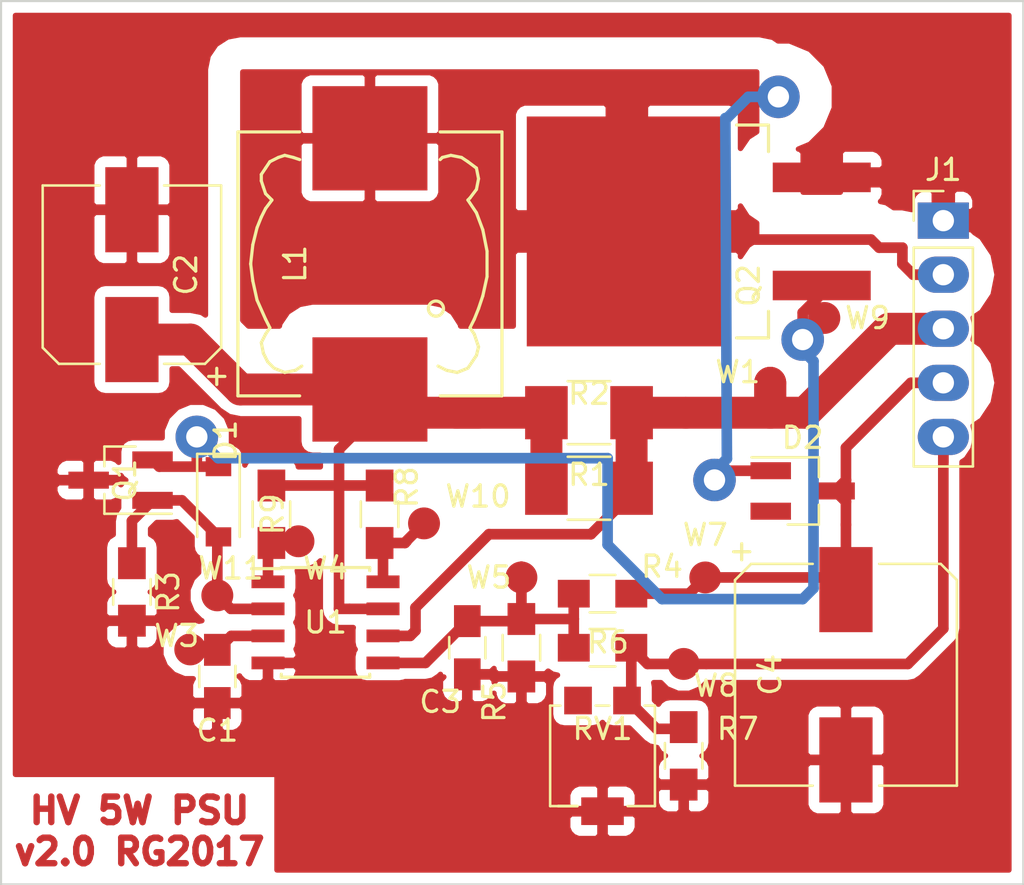
<source format=kicad_pcb>
(kicad_pcb (version 4) (host pcbnew 4.0.6-e0-6349~53~ubuntu16.04.1)

  (general
    (links 50)
    (no_connects 2)
    (area 0 0 0 0)
    (thickness 1.6)
    (drawings 5)
    (tracks 129)
    (zones 0)
    (modules 30)
    (nets 14)
  )

  (page A4)
  (layers
    (0 F.Cu signal)
    (31 B.Cu signal)
    (32 B.Adhes user)
    (33 F.Adhes user)
    (34 B.Paste user)
    (35 F.Paste user)
    (36 B.SilkS user)
    (37 F.SilkS user)
    (38 B.Mask user)
    (39 F.Mask user)
    (40 Dwgs.User user)
    (41 Cmts.User user)
    (42 Eco1.User user)
    (43 Eco2.User user)
    (44 Edge.Cuts user)
    (45 Margin user)
    (46 B.CrtYd user)
    (47 F.CrtYd user)
    (48 B.Fab user)
    (49 F.Fab user)
  )

  (setup
    (last_trace_width 0.5)
    (trace_clearance 0.5)
    (zone_clearance 0.5)
    (zone_45_only no)
    (trace_min 0.2)
    (segment_width 0.2)
    (edge_width 0.1)
    (via_size 2)
    (via_drill 1)
    (via_min_size 0.4)
    (via_min_drill 0.3)
    (uvia_size 0.3)
    (uvia_drill 0.1)
    (uvias_allowed no)
    (uvia_min_size 0.2)
    (uvia_min_drill 0.1)
    (pcb_text_width 0.3)
    (pcb_text_size 1.5 1.5)
    (mod_edge_width 0.15)
    (mod_text_size 1 1)
    (mod_text_width 0.15)
    (pad_size 2.4 1.7)
    (pad_drill 1)
    (pad_to_mask_clearance 0)
    (aux_axis_origin 0 0)
    (visible_elements FFFFFF7F)
    (pcbplotparams
      (layerselection 0x00030_80000001)
      (usegerberextensions false)
      (excludeedgelayer true)
      (linewidth 0.100000)
      (plotframeref false)
      (viasonmask false)
      (mode 1)
      (useauxorigin false)
      (hpglpennumber 1)
      (hpglpenspeed 20)
      (hpglpendiameter 15)
      (hpglpenoverlay 2)
      (psnegative false)
      (psa4output false)
      (plotreference true)
      (plotvalue true)
      (plotinvisibletext false)
      (padsonsilk false)
      (subtractmaskfromsilk false)
      (outputformat 1)
      (mirror false)
      (drillshape 1)
      (scaleselection 1)
      (outputdirectory ""))
  )

  (net 0 "")
  (net 1 /MC_C_t)
  (net 2 GND)
  (net 3 "Net-(C2-Pad1)")
  (net 4 /MC_CMP)
  (net 5 /Vout)
  (net 6 /MOSFET_G)
  (net 7 /MC_Es)
  (net 8 /Vpulse)
  (net 9 +12V)
  (net 10 /Rx)
  (net 11 /MC_Cs)
  (net 12 /MC_Cd)
  (net 13 "Net-(RV1-Pad1)")

  (net_class Default "This is the default net class."
    (clearance 0.5)
    (trace_width 0.5)
    (via_dia 2)
    (via_drill 1)
    (uvia_dia 0.3)
    (uvia_drill 0.1)
    (add_net /MC_CMP)
    (add_net /MC_C_t)
    (add_net /MC_Cd)
    (add_net /MC_Cs)
    (add_net /MC_Es)
    (add_net /MOSFET_G)
    (add_net /Rx)
    (add_net GND)
    (add_net "Net-(RV1-Pad1)")
  )

  (net_class HV ""
    (clearance 1.5)
    (trace_width 0.5)
    (via_dia 2)
    (via_drill 1)
    (uvia_dia 0.3)
    (uvia_drill 0.1)
    (add_net /Vout)
    (add_net /Vpulse)
  )

  (net_class Power ""
    (clearance 0.5)
    (trace_width 1.5)
    (via_dia 2)
    (via_drill 1)
    (uvia_dia 0.3)
    (uvia_drill 0.1)
    (add_net +12V)
    (add_net "Net-(C2-Pad1)")
  )

  (module Capacitors_SMD:C_0805_HandSoldering (layer F.Cu) (tedit 58AA84A8) (tstamp 58CFCD92)
    (at 121.654254 102.230778 270)
    (descr "Capacitor SMD 0805, hand soldering")
    (tags "capacitor 0805")
    (path /589B5B05)
    (attr smd)
    (fp_text reference C1 (at 2.54 0 360) (layer F.SilkS)
      (effects (font (size 1 1) (thickness 0.15)))
    )
    (fp_text value 680p (at 3.81 0 360) (layer F.Fab)
      (effects (font (size 1 1) (thickness 0.15)))
    )
    (fp_text user %R (at 2.54 0 360) (layer F.Fab)
      (effects (font (size 1 1) (thickness 0.15)))
    )
    (fp_line (start -1 0.62) (end -1 -0.62) (layer F.Fab) (width 0.1))
    (fp_line (start 1 0.62) (end -1 0.62) (layer F.Fab) (width 0.1))
    (fp_line (start 1 -0.62) (end 1 0.62) (layer F.Fab) (width 0.1))
    (fp_line (start -1 -0.62) (end 1 -0.62) (layer F.Fab) (width 0.1))
    (fp_line (start 0.5 -0.85) (end -0.5 -0.85) (layer F.SilkS) (width 0.12))
    (fp_line (start -0.5 0.85) (end 0.5 0.85) (layer F.SilkS) (width 0.12))
    (fp_line (start -2.25 -0.88) (end 2.25 -0.88) (layer F.CrtYd) (width 0.05))
    (fp_line (start -2.25 -0.88) (end -2.25 0.87) (layer F.CrtYd) (width 0.05))
    (fp_line (start 2.25 0.87) (end 2.25 -0.88) (layer F.CrtYd) (width 0.05))
    (fp_line (start 2.25 0.87) (end -2.25 0.87) (layer F.CrtYd) (width 0.05))
    (pad 1 smd rect (at -1.25 0 270) (size 1.5 1.25) (layers F.Cu F.Paste F.Mask)
      (net 1 /MC_C_t))
    (pad 2 smd rect (at 1.25 0 270) (size 1.5 1.25) (layers F.Cu F.Paste F.Mask)
      (net 2 GND))
    (model Capacitors_SMD.3dshapes/C_0805.wrl
      (at (xyz 0 0 0))
      (scale (xyz 1 1 1))
      (rotate (xyz 0 0 0))
    )
  )

  (module Capacitors_SMD:CP_Elec_8x10.5 (layer F.Cu) (tedit 58AA8BC3) (tstamp 58CFCD98)
    (at 117.644 83.354 90)
    (descr "SMT capacitor, aluminium electrolytic, 8x10.5")
    (path /589B5F31)
    (attr smd)
    (fp_text reference C2 (at 0 2.54 90) (layer F.SilkS)
      (effects (font (size 1 1) (thickness 0.15)))
    )
    (fp_text value 220u (at 0 -2.54 90) (layer F.Fab)
      (effects (font (size 1 1) (thickness 0.15)))
    )
    (fp_circle (center 0 0) (end 1.3 3.7) (layer F.Fab) (width 0.1))
    (fp_text user + (at -2.27 -0.08 90) (layer F.Fab)
      (effects (font (size 1 1) (thickness 0.15)))
    )
    (fp_text user + (at -4.78 3.91 90) (layer F.SilkS)
      (effects (font (size 1 1) (thickness 0.15)))
    )
    (fp_text user %R (at 0 2.54 90) (layer F.Fab)
      (effects (font (size 1 1) (thickness 0.15)))
    )
    (fp_line (start 4.04 4.04) (end 4.04 -4.04) (layer F.Fab) (width 0.1))
    (fp_line (start -3.37 4.04) (end 4.04 4.04) (layer F.Fab) (width 0.1))
    (fp_line (start -4.04 3.37) (end -3.37 4.04) (layer F.Fab) (width 0.1))
    (fp_line (start -4.04 -3.37) (end -4.04 3.37) (layer F.Fab) (width 0.1))
    (fp_line (start -3.37 -4.04) (end -4.04 -3.37) (layer F.Fab) (width 0.1))
    (fp_line (start 4.04 -4.04) (end -3.37 -4.04) (layer F.Fab) (width 0.1))
    (fp_line (start -4.19 3.43) (end -4.19 1.51) (layer F.SilkS) (width 0.12))
    (fp_line (start -4.19 -3.43) (end -4.19 -1.51) (layer F.SilkS) (width 0.12))
    (fp_line (start 4.19 4.19) (end 4.19 1.51) (layer F.SilkS) (width 0.12))
    (fp_line (start 4.19 -4.19) (end 4.19 -1.51) (layer F.SilkS) (width 0.12))
    (fp_line (start 4.19 4.19) (end -3.43 4.19) (layer F.SilkS) (width 0.12))
    (fp_line (start -3.43 4.19) (end -4.19 3.43) (layer F.SilkS) (width 0.12))
    (fp_line (start -4.19 -3.43) (end -3.43 -4.19) (layer F.SilkS) (width 0.12))
    (fp_line (start -3.43 -4.19) (end 4.19 -4.19) (layer F.SilkS) (width 0.12))
    (fp_line (start -5.3 -4.29) (end 5.3 -4.29) (layer F.CrtYd) (width 0.05))
    (fp_line (start -5.3 -4.29) (end -5.3 4.29) (layer F.CrtYd) (width 0.05))
    (fp_line (start 5.3 4.29) (end 5.3 -4.29) (layer F.CrtYd) (width 0.05))
    (fp_line (start 5.3 4.29) (end -5.3 4.29) (layer F.CrtYd) (width 0.05))
    (pad 1 smd rect (at -3.05 0 270) (size 4 2.5) (layers F.Cu F.Paste F.Mask)
      (net 3 "Net-(C2-Pad1)"))
    (pad 2 smd rect (at 3.05 0 270) (size 4 2.5) (layers F.Cu F.Paste F.Mask)
      (net 2 GND))
    (model Capacitors_SMD.3dshapes/CP_Elec_8x10.5.wrl
      (at (xyz 0 0 0))
      (scale (xyz 1 1 1))
      (rotate (xyz 0 0 180))
    )
  )

  (module Capacitors_SMD:C_0805_HandSoldering (layer F.Cu) (tedit 58AA84A8) (tstamp 58CFCD9E)
    (at 133.392 100.882 270)
    (descr "Capacitor SMD 0805, hand soldering")
    (tags "capacitor 0805")
    (path /589B7B2D)
    (attr smd)
    (fp_text reference C3 (at 2.54 1.27 360) (layer F.SilkS)
      (effects (font (size 1 1) (thickness 0.15)))
    )
    (fp_text value 0.01u (at 1.27 2.54 360) (layer F.Fab)
      (effects (font (size 1 1) (thickness 0.15)))
    )
    (fp_text user %R (at 2.54 1.27 360) (layer F.Fab)
      (effects (font (size 1 1) (thickness 0.15)))
    )
    (fp_line (start -1 0.62) (end -1 -0.62) (layer F.Fab) (width 0.1))
    (fp_line (start 1 0.62) (end -1 0.62) (layer F.Fab) (width 0.1))
    (fp_line (start 1 -0.62) (end 1 0.62) (layer F.Fab) (width 0.1))
    (fp_line (start -1 -0.62) (end 1 -0.62) (layer F.Fab) (width 0.1))
    (fp_line (start 0.5 -0.85) (end -0.5 -0.85) (layer F.SilkS) (width 0.12))
    (fp_line (start -0.5 0.85) (end 0.5 0.85) (layer F.SilkS) (width 0.12))
    (fp_line (start -2.25 -0.88) (end 2.25 -0.88) (layer F.CrtYd) (width 0.05))
    (fp_line (start -2.25 -0.88) (end -2.25 0.87) (layer F.CrtYd) (width 0.05))
    (fp_line (start 2.25 0.87) (end 2.25 -0.88) (layer F.CrtYd) (width 0.05))
    (fp_line (start 2.25 0.87) (end -2.25 0.87) (layer F.CrtYd) (width 0.05))
    (pad 1 smd rect (at -1.25 0 270) (size 1.5 1.25) (layers F.Cu F.Paste F.Mask)
      (net 4 /MC_CMP))
    (pad 2 smd rect (at 1.25 0 270) (size 1.5 1.25) (layers F.Cu F.Paste F.Mask)
      (net 2 GND))
    (model Capacitors_SMD.3dshapes/C_0805.wrl
      (at (xyz 0 0 0))
      (scale (xyz 1 1 1))
      (rotate (xyz 0 0 0))
    )
  )

  (module Capacitors_SMD:CP_Elec_10x10.5 (layer F.Cu) (tedit 58AA917F) (tstamp 58CFCDA4)
    (at 151.172 102.152 270)
    (descr "SMT capacitor, aluminium electrolytic, 10x10.5")
    (path /589B8036)
    (attr smd)
    (fp_text reference C4 (at 0 3.556 270) (layer F.SilkS)
      (effects (font (size 1 1) (thickness 0.15)))
    )
    (fp_text value 2.2u (at 0 -3.556 270) (layer F.Fab)
      (effects (font (size 1 1) (thickness 0.15)))
    )
    (fp_circle (center 0 0) (end 0 5) (layer F.Fab) (width 0.1))
    (fp_text user + (at -2.91 -0.08 270) (layer F.Fab)
      (effects (font (size 1 1) (thickness 0.15)))
    )
    (fp_text user + (at -5.78 4.97 270) (layer F.SilkS)
      (effects (font (size 1 1) (thickness 0.15)))
    )
    (fp_text user %R (at 0 3.556 270) (layer F.Fab)
      (effects (font (size 1 1) (thickness 0.15)))
    )
    (fp_line (start -5.21 -4.45) (end -5.21 -1.56) (layer F.SilkS) (width 0.12))
    (fp_line (start -5.21 4.45) (end -5.21 1.56) (layer F.SilkS) (width 0.12))
    (fp_line (start 5.21 5.21) (end 5.21 1.56) (layer F.SilkS) (width 0.12))
    (fp_line (start 5.21 -5.21) (end 5.21 -1.56) (layer F.SilkS) (width 0.12))
    (fp_line (start 5.05 5.05) (end 5.05 -5.05) (layer F.Fab) (width 0.1))
    (fp_line (start -4.38 5.05) (end 5.05 5.05) (layer F.Fab) (width 0.1))
    (fp_line (start -5.05 4.38) (end -4.38 5.05) (layer F.Fab) (width 0.1))
    (fp_line (start -5.05 -4.38) (end -5.05 4.38) (layer F.Fab) (width 0.1))
    (fp_line (start -4.38 -5.05) (end -5.05 -4.38) (layer F.Fab) (width 0.1))
    (fp_line (start 5.05 -5.05) (end -4.38 -5.05) (layer F.Fab) (width 0.1))
    (fp_line (start 5.21 5.21) (end -4.45 5.21) (layer F.SilkS) (width 0.12))
    (fp_line (start -4.45 5.21) (end -5.21 4.45) (layer F.SilkS) (width 0.12))
    (fp_line (start -5.21 -4.45) (end -4.45 -5.21) (layer F.SilkS) (width 0.12))
    (fp_line (start -4.45 -5.21) (end 5.21 -5.21) (layer F.SilkS) (width 0.12))
    (fp_line (start -6.25 -5.31) (end 6.25 -5.31) (layer F.CrtYd) (width 0.05))
    (fp_line (start -6.25 -5.31) (end -6.25 5.3) (layer F.CrtYd) (width 0.05))
    (fp_line (start 6.25 5.3) (end 6.25 -5.31) (layer F.CrtYd) (width 0.05))
    (fp_line (start 6.25 5.3) (end -6.25 5.3) (layer F.CrtYd) (width 0.05))
    (pad 1 smd rect (at -4 0 90) (size 4 2.5) (layers F.Cu F.Paste F.Mask)
      (net 5 /Vout))
    (pad 2 smd rect (at 4 0 90) (size 4 2.5) (layers F.Cu F.Paste F.Mask)
      (net 2 GND))
    (model Capacitors_SMD.3dshapes/CP_Elec_10x10.5.wrl
      (at (xyz 0 0 0))
      (scale (xyz 1 1 1))
      (rotate (xyz 0 0 180))
    )
  )

  (module Diodes_SMD:D_SOD-123 (layer F.Cu) (tedit 58645DC7) (tstamp 58CFCDAA)
    (at 121.708 94.024 270)
    (descr SOD-123)
    (tags SOD-123)
    (path /589B6396)
    (attr smd)
    (fp_text reference D1 (at -2.867254 -0.332778 270) (layer F.SilkS)
      (effects (font (size 1 1) (thickness 0.15)))
    )
    (fp_text value 1N914 (at 0 1.524 270) (layer F.Fab)
      (effects (font (size 1 1) (thickness 0.15)))
    )
    (fp_line (start -2.25 -1) (end -2.25 1) (layer F.SilkS) (width 0.12))
    (fp_line (start 0.25 0) (end 0.75 0) (layer F.Fab) (width 0.1))
    (fp_line (start 0.25 0.4) (end -0.35 0) (layer F.Fab) (width 0.1))
    (fp_line (start 0.25 -0.4) (end 0.25 0.4) (layer F.Fab) (width 0.1))
    (fp_line (start -0.35 0) (end 0.25 -0.4) (layer F.Fab) (width 0.1))
    (fp_line (start -0.35 0) (end -0.35 0.55) (layer F.Fab) (width 0.1))
    (fp_line (start -0.35 0) (end -0.35 -0.55) (layer F.Fab) (width 0.1))
    (fp_line (start -0.75 0) (end -0.35 0) (layer F.Fab) (width 0.1))
    (fp_line (start -1.4 0.9) (end -1.4 -0.9) (layer F.Fab) (width 0.1))
    (fp_line (start 1.4 0.9) (end -1.4 0.9) (layer F.Fab) (width 0.1))
    (fp_line (start 1.4 -0.9) (end 1.4 0.9) (layer F.Fab) (width 0.1))
    (fp_line (start -1.4 -0.9) (end 1.4 -0.9) (layer F.Fab) (width 0.1))
    (fp_line (start -2.35 -1.15) (end 2.35 -1.15) (layer F.CrtYd) (width 0.05))
    (fp_line (start 2.35 -1.15) (end 2.35 1.15) (layer F.CrtYd) (width 0.05))
    (fp_line (start 2.35 1.15) (end -2.35 1.15) (layer F.CrtYd) (width 0.05))
    (fp_line (start -2.35 -1.15) (end -2.35 1.15) (layer F.CrtYd) (width 0.05))
    (fp_line (start -2.25 1) (end 1.65 1) (layer F.SilkS) (width 0.12))
    (fp_line (start -2.25 -1) (end 1.65 -1) (layer F.SilkS) (width 0.12))
    (pad 1 smd rect (at -1.65 0 270) (size 0.9 1.2) (layers F.Cu F.Paste F.Mask)
      (net 6 /MOSFET_G))
    (pad 2 smd rect (at 1.65 0 270) (size 0.9 1.2) (layers F.Cu F.Paste F.Mask)
      (net 7 /MC_Es))
    (model ${KISYS3DMOD}/Diodes_SMD.3dshapes/D_SOD-123.wrl
      (at (xyz 0 0 0))
      (scale (xyz 1 1 1))
      (rotate (xyz 0 0 0))
    )
  )

  (module TO_SOT_Packages_SMD:SOT-23_Handsoldering (layer F.Cu) (tedit 583F3954) (tstamp 58CFCDB1)
    (at 149.14 93.516)
    (descr "SOT-23, Handsoldering")
    (tags SOT-23)
    (path /58A781C3)
    (attr smd)
    (fp_text reference D2 (at 0 -2.5) (layer F.SilkS)
      (effects (font (size 1 1) (thickness 0.15)))
    )
    (fp_text value BAS21 (at 0 2.5) (layer F.Fab)
      (effects (font (size 1 1) (thickness 0.15)))
    )
    (fp_line (start 0.76 1.58) (end 0.76 0.65) (layer F.SilkS) (width 0.12))
    (fp_line (start 0.76 -1.58) (end 0.76 -0.65) (layer F.SilkS) (width 0.12))
    (fp_line (start -2.7 -1.75) (end 2.7 -1.75) (layer F.CrtYd) (width 0.05))
    (fp_line (start 2.7 -1.75) (end 2.7 1.75) (layer F.CrtYd) (width 0.05))
    (fp_line (start 2.7 1.75) (end -2.7 1.75) (layer F.CrtYd) (width 0.05))
    (fp_line (start -2.7 1.75) (end -2.7 -1.75) (layer F.CrtYd) (width 0.05))
    (fp_line (start 0.76 -1.58) (end -2.4 -1.58) (layer F.SilkS) (width 0.12))
    (fp_line (start -0.7 -0.95) (end -0.7 1.5) (layer F.Fab) (width 0.1))
    (fp_line (start -0.15 -1.52) (end 0.7 -1.52) (layer F.Fab) (width 0.1))
    (fp_line (start -0.7 -0.95) (end -0.15 -1.52) (layer F.Fab) (width 0.1))
    (fp_line (start 0.7 -1.52) (end 0.7 1.52) (layer F.Fab) (width 0.1))
    (fp_line (start -0.7 1.52) (end 0.7 1.52) (layer F.Fab) (width 0.1))
    (fp_line (start 0.76 1.58) (end -0.7 1.58) (layer F.SilkS) (width 0.12))
    (pad 1 smd rect (at -1.5 -0.95) (size 1.9 0.8) (layers F.Cu F.Paste F.Mask)
      (net 8 /Vpulse))
    (pad 2 smd rect (at -1.5 0.95) (size 1.9 0.8) (layers F.Cu F.Paste F.Mask))
    (pad 3 smd rect (at 1.5 0) (size 1.9 0.8) (layers F.Cu F.Paste F.Mask)
      (net 5 /Vout))
    (model TO_SOT_Packages_SMD.3dshapes\SOT-23_Handsoldering.wrl
      (at (xyz 0 0 0))
      (scale (xyz 1 1 1))
      (rotate (xyz 0 0 90))
    )
  )

  (module Pin_Headers:Pin_Header_Straight_1x05_Pitch2.54mm (layer F.Cu) (tedit 58D00AF1) (tstamp 58CFCDBA)
    (at 155.744 80.816)
    (descr "Through hole straight pin header, 1x05, 2.54mm pitch, single row")
    (tags "Through hole pin header THT 1x05 2.54mm single row")
    (path /58A0E018)
    (fp_text reference J1 (at 0 -2.39) (layer F.SilkS)
      (effects (font (size 1 1) (thickness 0.15)))
    )
    (fp_text value CONN_01X05 (at 2.54 5.08 90) (layer F.Fab)
      (effects (font (size 1 1) (thickness 0.15)))
    )
    (fp_line (start -1.27 -1.27) (end -1.27 11.43) (layer F.Fab) (width 0.1))
    (fp_line (start -1.27 11.43) (end 1.27 11.43) (layer F.Fab) (width 0.1))
    (fp_line (start 1.27 11.43) (end 1.27 -1.27) (layer F.Fab) (width 0.1))
    (fp_line (start 1.27 -1.27) (end -1.27 -1.27) (layer F.Fab) (width 0.1))
    (fp_line (start -1.39 1.27) (end -1.39 11.55) (layer F.SilkS) (width 0.12))
    (fp_line (start -1.39 11.55) (end 1.39 11.55) (layer F.SilkS) (width 0.12))
    (fp_line (start 1.39 11.55) (end 1.39 1.27) (layer F.SilkS) (width 0.12))
    (fp_line (start 1.39 1.27) (end -1.39 1.27) (layer F.SilkS) (width 0.12))
    (fp_line (start -1.39 0) (end -1.39 -1.39) (layer F.SilkS) (width 0.12))
    (fp_line (start -1.39 -1.39) (end 0 -1.39) (layer F.SilkS) (width 0.12))
    (fp_line (start -1.6 -1.6) (end -1.6 11.7) (layer F.CrtYd) (width 0.05))
    (fp_line (start -1.6 11.7) (end 1.6 11.7) (layer F.CrtYd) (width 0.05))
    (fp_line (start 1.6 11.7) (end 1.6 -1.6) (layer F.CrtYd) (width 0.05))
    (fp_line (start 1.6 -1.6) (end -1.6 -1.6) (layer F.CrtYd) (width 0.05))
    (pad 1 thru_hole rect (at 0 0) (size 2.4 1.7) (drill 1) (layers *.Cu *.Mask)
      (net 2 GND) (thermal_width 2))
    (pad 2 thru_hole oval (at 0 2.54) (size 2.4 1.7) (drill 1) (layers *.Cu *.Mask)
      (net 8 /Vpulse))
    (pad 3 thru_hole oval (at 0 5.08) (size 2.4 1.7) (drill 1) (layers *.Cu *.Mask)
      (net 9 +12V))
    (pad 4 thru_hole oval (at 0 7.62) (size 2.4 1.7) (drill 1) (layers *.Cu *.Mask)
      (net 5 /Vout))
    (pad 5 thru_hole oval (at 0 10.16) (size 2.4 1.7) (drill 1) (layers *.Cu *.Mask)
      (net 10 /Rx))
    (model Pin_Headers.3dshapes/Pin_Header_Straight_1x05_Pitch2.54mm.wrl
      (at (xyz 0 -0.2 0))
      (scale (xyz 1 1 1))
      (rotate (xyz 0 0 90))
    )
  )

  (module Choke_SMD:Choke_SMD_Wuerth-WE-PD-Typ-LS_Handsoldering (layer F.Cu) (tedit 0) (tstamp 58CFCDC0)
    (at 128.82 82.848 90)
    (descr "Choke, Drossel, WE-PD Typ LS, Wuerth, SMD, Handsoldering,")
    (tags "Choke, Drossel, WE-PD Typ LS, Wuerth, SMD, Handsoldering,")
    (path /589B609D)
    (attr smd)
    (fp_text reference L1 (at 0 -3.515 90) (layer F.SilkS)
      (effects (font (size 1 1) (thickness 0.15)))
    )
    (fp_text value 150u (at 0.33975 2.2 90) (layer F.Fab)
      (effects (font (size 1 1) (thickness 0.15)))
    )
    (fp_circle (center 0 0) (end 0.8 0) (layer F.Adhes) (width 0.3048))
    (fp_circle (center 0 0) (end 0.6 0) (layer F.Adhes) (width 0.3048))
    (fp_circle (center 0 0) (end 0.3 0) (layer F.Adhes) (width 0.3048))
    (fp_circle (center 0 0) (end 0.1 0) (layer F.Adhes) (width 0.3048))
    (fp_circle (center -2.10058 3.0988) (end -1.84912 3.35026) (layer F.SilkS) (width 0.15))
    (fp_line (start 4.89966 3.29946) (end 5.00126 3.40106) (layer F.SilkS) (width 0.15))
    (fp_line (start 5.00126 3.40106) (end 5.10032 3.79984) (layer F.SilkS) (width 0.15))
    (fp_line (start 5.10032 3.79984) (end 5.00126 4.30022) (layer F.SilkS) (width 0.15))
    (fp_line (start 5.00126 4.30022) (end 4.8006 4.59994) (layer F.SilkS) (width 0.15))
    (fp_line (start 4.8006 4.59994) (end 4.50088 5.00126) (layer F.SilkS) (width 0.15))
    (fp_line (start 4.50088 5.00126) (end 4.0005 5.10032) (layer F.SilkS) (width 0.15))
    (fp_line (start 4.0005 5.10032) (end 3.50012 5.00126) (layer F.SilkS) (width 0.15))
    (fp_line (start 3.50012 5.00126) (end 3.0988 4.699) (layer F.SilkS) (width 0.15))
    (fp_line (start 3.0988 4.699) (end 2.99974 4.59994) (layer F.SilkS) (width 0.15))
    (fp_line (start 2.99974 4.59994) (end 2.4003 5.00126) (layer F.SilkS) (width 0.15))
    (fp_line (start 2.4003 5.00126) (end 1.6002 5.30098) (layer F.SilkS) (width 0.15))
    (fp_line (start 1.6002 5.30098) (end 0.59944 5.4991) (layer F.SilkS) (width 0.15))
    (fp_line (start 0.59944 5.4991) (end -0.59944 5.4991) (layer F.SilkS) (width 0.15))
    (fp_line (start -0.59944 5.4991) (end -1.50114 5.30098) (layer F.SilkS) (width 0.15))
    (fp_line (start -1.50114 5.30098) (end -2.10058 5.10032) (layer F.SilkS) (width 0.15))
    (fp_line (start -2.10058 5.10032) (end -2.60096 4.89966) (layer F.SilkS) (width 0.15))
    (fp_line (start -2.60096 4.89966) (end -2.99974 4.699) (layer F.SilkS) (width 0.15))
    (fp_line (start -2.99974 4.699) (end -3.29946 4.89966) (layer F.SilkS) (width 0.15))
    (fp_line (start -3.29946 4.89966) (end -3.8989 5.10032) (layer F.SilkS) (width 0.15))
    (fp_line (start -3.8989 5.10032) (end -4.30022 5.00126) (layer F.SilkS) (width 0.15))
    (fp_line (start -4.30022 5.00126) (end -4.59994 4.8006) (layer F.SilkS) (width 0.15))
    (fp_line (start -4.59994 4.8006) (end -4.89966 4.59994) (layer F.SilkS) (width 0.15))
    (fp_line (start -4.89966 4.59994) (end -5.10032 4.09956) (layer F.SilkS) (width 0.15))
    (fp_line (start -5.10032 4.09956) (end -5.00126 3.59918) (layer F.SilkS) (width 0.15))
    (fp_line (start -5.00126 3.59918) (end -4.8006 3.2004) (layer F.SilkS) (width 0.15))
    (fp_line (start 4.89966 -3.29946) (end 5.00126 -3.59918) (layer F.SilkS) (width 0.15))
    (fp_line (start 5.00126 -3.59918) (end 5.10032 -4.0005) (layer F.SilkS) (width 0.15))
    (fp_line (start 5.10032 -4.0005) (end 5.00126 -4.30022) (layer F.SilkS) (width 0.15))
    (fp_line (start 5.00126 -4.30022) (end 4.8006 -4.699) (layer F.SilkS) (width 0.15))
    (fp_line (start 4.8006 -4.699) (end 4.50088 -4.89966) (layer F.SilkS) (width 0.15))
    (fp_line (start 4.50088 -4.89966) (end 4.20116 -5.10032) (layer F.SilkS) (width 0.15))
    (fp_line (start 4.20116 -5.10032) (end 3.8989 -5.10032) (layer F.SilkS) (width 0.15))
    (fp_line (start 3.8989 -5.10032) (end 3.59918 -5.00126) (layer F.SilkS) (width 0.15))
    (fp_line (start 3.59918 -5.00126) (end 3.29946 -4.89966) (layer F.SilkS) (width 0.15))
    (fp_line (start 3.29946 -4.89966) (end 2.99974 -4.59994) (layer F.SilkS) (width 0.15))
    (fp_line (start 2.99974 -4.59994) (end 2.60096 -4.89966) (layer F.SilkS) (width 0.15))
    (fp_line (start 2.60096 -4.89966) (end 2.19964 -5.10032) (layer F.SilkS) (width 0.15))
    (fp_line (start 2.19964 -5.10032) (end 1.69926 -5.30098) (layer F.SilkS) (width 0.15))
    (fp_line (start 1.69926 -5.30098) (end 0.89916 -5.4991) (layer F.SilkS) (width 0.15))
    (fp_line (start 0.89916 -5.4991) (end 0 -5.6007) (layer F.SilkS) (width 0.15))
    (fp_line (start 0 -5.6007) (end -0.8001 -5.4991) (layer F.SilkS) (width 0.15))
    (fp_line (start -0.8001 -5.4991) (end -1.69926 -5.30098) (layer F.SilkS) (width 0.15))
    (fp_line (start -1.69926 -5.30098) (end -2.60096 -4.89966) (layer F.SilkS) (width 0.15))
    (fp_line (start -2.60096 -4.89966) (end -2.99974 -4.699) (layer F.SilkS) (width 0.15))
    (fp_line (start -2.99974 -4.699) (end -3.29946 -4.89966) (layer F.SilkS) (width 0.15))
    (fp_line (start -3.29946 -4.89966) (end -3.70078 -5.10032) (layer F.SilkS) (width 0.15))
    (fp_line (start -3.70078 -5.10032) (end -4.20116 -5.00126) (layer F.SilkS) (width 0.15))
    (fp_line (start -4.20116 -5.00126) (end -4.59994 -4.8006) (layer F.SilkS) (width 0.15))
    (fp_line (start -4.59994 -4.8006) (end -4.89966 -4.50088) (layer F.SilkS) (width 0.15))
    (fp_line (start -4.89966 -4.50088) (end -5.10032 -4.0005) (layer F.SilkS) (width 0.15))
    (fp_line (start -5.10032 -4.0005) (end -5.00126 -3.50012) (layer F.SilkS) (width 0.15))
    (fp_line (start -5.00126 -3.50012) (end -4.8006 -3.2004) (layer F.SilkS) (width 0.15))
    (fp_line (start -6.20014 3.29946) (end -6.20014 6.20014) (layer F.SilkS) (width 0.15))
    (fp_line (start -6.20014 6.20014) (end 6.20014 6.20014) (layer F.SilkS) (width 0.15))
    (fp_line (start 6.20014 6.20014) (end 6.20014 3.29946) (layer F.SilkS) (width 0.15))
    (fp_line (start 6.20014 -6.20014) (end -6.20014 -6.20014) (layer F.SilkS) (width 0.15))
    (fp_line (start -6.20014 -6.20014) (end -6.20014 -3.29946) (layer F.SilkS) (width 0.15))
    (fp_line (start 6.20014 -6.20014) (end 6.20014 -3.29946) (layer F.SilkS) (width 0.15))
    (pad 1 smd rect (at -5.90042 0 90) (size 4.89966 5.40004) (layers F.Cu F.Paste F.Mask)
      (net 3 "Net-(C2-Pad1)"))
    (pad 2 smd rect (at 5.90042 0 90) (size 4.89966 5.40004) (layers F.Cu F.Paste F.Mask)
      (net 8 /Vpulse))
  )

  (module TO_SOT_Packages_SMD:SOT-23_Handsoldering (layer F.Cu) (tedit 583F3954) (tstamp 58CFCDC7)
    (at 117.112 93.008 180)
    (descr "SOT-23, Handsoldering")
    (tags SOT-23)
    (path /58A4D57B)
    (attr smd)
    (fp_text reference Q1 (at -0.205778 0 270) (layer F.SilkS)
      (effects (font (size 1 1) (thickness 0.15)))
    )
    (fp_text value MPSA55 (at 0 2.5 180) (layer F.Fab)
      (effects (font (size 1 1) (thickness 0.15)))
    )
    (fp_line (start 0.76 1.58) (end 0.76 0.65) (layer F.SilkS) (width 0.12))
    (fp_line (start 0.76 -1.58) (end 0.76 -0.65) (layer F.SilkS) (width 0.12))
    (fp_line (start -2.7 -1.75) (end 2.7 -1.75) (layer F.CrtYd) (width 0.05))
    (fp_line (start 2.7 -1.75) (end 2.7 1.75) (layer F.CrtYd) (width 0.05))
    (fp_line (start 2.7 1.75) (end -2.7 1.75) (layer F.CrtYd) (width 0.05))
    (fp_line (start -2.7 1.75) (end -2.7 -1.75) (layer F.CrtYd) (width 0.05))
    (fp_line (start 0.76 -1.58) (end -2.4 -1.58) (layer F.SilkS) (width 0.12))
    (fp_line (start -0.7 -0.95) (end -0.7 1.5) (layer F.Fab) (width 0.1))
    (fp_line (start -0.15 -1.52) (end 0.7 -1.52) (layer F.Fab) (width 0.1))
    (fp_line (start -0.7 -0.95) (end -0.15 -1.52) (layer F.Fab) (width 0.1))
    (fp_line (start 0.7 -1.52) (end 0.7 1.52) (layer F.Fab) (width 0.1))
    (fp_line (start -0.7 1.52) (end 0.7 1.52) (layer F.Fab) (width 0.1))
    (fp_line (start 0.76 1.58) (end -0.7 1.58) (layer F.SilkS) (width 0.12))
    (pad 1 smd rect (at -1.5 -0.95 180) (size 1.9 0.8) (layers F.Cu F.Paste F.Mask)
      (net 7 /MC_Es))
    (pad 2 smd rect (at -1.5 0.95 180) (size 1.9 0.8) (layers F.Cu F.Paste F.Mask)
      (net 6 /MOSFET_G))
    (pad 3 smd rect (at 1.5 0 180) (size 1.9 0.8) (layers F.Cu F.Paste F.Mask)
      (net 2 GND))
    (model TO_SOT_Packages_SMD.3dshapes\SOT-23_Handsoldering.wrl
      (at (xyz 0 0 0))
      (scale (xyz 1 1 1))
      (rotate (xyz 0 0 90))
    )
  )

  (module nixie_fp:TO-263-2Lead (layer F.Cu) (tedit 58CFFE92) (tstamp 58CFCDCE)
    (at 150.035 81.324 180)
    (descr "D2PAK / TO-263 2-lead smd package")
    (tags "D2PAK D2PAK-2 TO-263AB TO-263")
    (path /58A159D5)
    (attr smd)
    (fp_text reference Q2 (at 3.435 -2.54 270) (layer F.SilkS)
      (effects (font (size 1 1) (thickness 0.15)))
    )
    (fp_text value IRF630 (at 3.435 1.905 270) (layer F.Fab)
      (effects (font (size 1 1) (thickness 0.15)))
    )
    (fp_line (start 14.1 5.65) (end -2.55 5.65) (layer F.CrtYd) (width 0.05))
    (fp_line (start 14.1 -5.65) (end 14.1 5.65) (layer F.CrtYd) (width 0.05))
    (fp_line (start 14.1 -5.65) (end -2.55 -5.65) (layer F.CrtYd) (width 0.05))
    (fp_line (start -2.55 -5.65) (end -2.55 5.65) (layer F.CrtYd) (width 0.05))
    (fp_line (start 2.5 5) (end 2.5 3.75) (layer F.SilkS) (width 0.15))
    (fp_line (start 2.5 5) (end 4 5) (layer F.SilkS) (width 0.15))
    (fp_line (start 2.5 -5) (end 4 -5) (layer F.SilkS) (width 0.15))
    (fp_line (start 2.5 -5) (end 2.5 -3.75) (layer F.SilkS) (width 0.15))
    (pad 2 smd rect (at 9.15 0 180) (size 9.4 10.8) (layers F.Cu F.Paste F.Mask)
      (net 8 /Vpulse) (thermal_width 2))
    (pad 3 smd rect (at 0 2.54 180) (size 4.6 1.39) (layers F.Cu F.Paste F.Mask)
      (net 2 GND) (thermal_width 2))
    (pad 1 smd rect (at 0 -2.54 180) (size 4.6 1.39) (layers F.Cu F.Paste F.Mask)
      (net 6 /MOSFET_G))
    (model TO_SOT_Packages_SMD.3dshapes/TO-263-3Lead.wrl
      (at (xyz 0 0 0))
      (scale (xyz 1 1 1))
      (rotate (xyz 0 0 90))
    )
  )

  (module Resistors_SMD:R_1210_HandSoldering (layer F.Cu) (tedit 58AADA46) (tstamp 58CFCDD4)
    (at 139.107 93.389)
    (descr "Resistor SMD 1210, hand soldering")
    (tags "resistor 1210")
    (path /589B5BBF)
    (attr smd)
    (fp_text reference R1 (at 0 -0.635) (layer F.SilkS)
      (effects (font (size 1 1) (thickness 0.15)))
    )
    (fp_text value 0.5R (at 0 0.635) (layer F.Fab)
      (effects (font (size 1 1) (thickness 0.15)))
    )
    (fp_text user %R (at 0 -0.635) (layer F.Fab)
      (effects (font (size 1 1) (thickness 0.15)))
    )
    (fp_line (start -1.6 1.25) (end -1.6 -1.25) (layer F.Fab) (width 0.1))
    (fp_line (start 1.6 1.25) (end -1.6 1.25) (layer F.Fab) (width 0.1))
    (fp_line (start 1.6 -1.25) (end 1.6 1.25) (layer F.Fab) (width 0.1))
    (fp_line (start -1.6 -1.25) (end 1.6 -1.25) (layer F.Fab) (width 0.1))
    (fp_line (start 1 1.48) (end -1 1.48) (layer F.SilkS) (width 0.12))
    (fp_line (start -1 -1.48) (end 1 -1.48) (layer F.SilkS) (width 0.12))
    (fp_line (start -3.25 -1.5) (end 3.25 -1.5) (layer F.CrtYd) (width 0.05))
    (fp_line (start -3.25 -1.5) (end -3.25 1.5) (layer F.CrtYd) (width 0.05))
    (fp_line (start 3.25 1.5) (end 3.25 -1.5) (layer F.CrtYd) (width 0.05))
    (fp_line (start 3.25 1.5) (end -3.25 1.5) (layer F.CrtYd) (width 0.05))
    (pad 1 smd rect (at -2 0) (size 2 2.5) (layers F.Cu F.Paste F.Mask)
      (net 3 "Net-(C2-Pad1)"))
    (pad 2 smd rect (at 2 0) (size 2 2.5) (layers F.Cu F.Paste F.Mask)
      (net 9 +12V))
    (model Resistors_SMD.3dshapes/R_1210.wrl
      (at (xyz 0 0 0))
      (scale (xyz 1 1 1))
      (rotate (xyz 0 0 0))
    )
  )

  (module Resistors_SMD:R_1210_HandSoldering (layer F.Cu) (tedit 58AADA46) (tstamp 58CFCDDA)
    (at 139.107 89.839)
    (descr "Resistor SMD 1210, hand soldering")
    (tags "resistor 1210")
    (path /589B5B69)
    (attr smd)
    (fp_text reference R2 (at 0 -0.895) (layer F.SilkS)
      (effects (font (size 1 1) (thickness 0.15)))
    )
    (fp_text value 0.5R (at 0 0.375) (layer F.Fab)
      (effects (font (size 1 1) (thickness 0.15)))
    )
    (fp_text user %R (at 0 -0.895) (layer F.Fab)
      (effects (font (size 1 1) (thickness 0.15)))
    )
    (fp_line (start -1.6 1.25) (end -1.6 -1.25) (layer F.Fab) (width 0.1))
    (fp_line (start 1.6 1.25) (end -1.6 1.25) (layer F.Fab) (width 0.1))
    (fp_line (start 1.6 -1.25) (end 1.6 1.25) (layer F.Fab) (width 0.1))
    (fp_line (start -1.6 -1.25) (end 1.6 -1.25) (layer F.Fab) (width 0.1))
    (fp_line (start 1 1.48) (end -1 1.48) (layer F.SilkS) (width 0.12))
    (fp_line (start -1 -1.48) (end 1 -1.48) (layer F.SilkS) (width 0.12))
    (fp_line (start -3.25 -1.5) (end 3.25 -1.5) (layer F.CrtYd) (width 0.05))
    (fp_line (start -3.25 -1.5) (end -3.25 1.5) (layer F.CrtYd) (width 0.05))
    (fp_line (start 3.25 1.5) (end 3.25 -1.5) (layer F.CrtYd) (width 0.05))
    (fp_line (start 3.25 1.5) (end -3.25 1.5) (layer F.CrtYd) (width 0.05))
    (pad 1 smd rect (at -2 0) (size 2 2.5) (layers F.Cu F.Paste F.Mask)
      (net 3 "Net-(C2-Pad1)"))
    (pad 2 smd rect (at 2 0) (size 2 2.5) (layers F.Cu F.Paste F.Mask)
      (net 9 +12V))
    (model Resistors_SMD.3dshapes/R_1210.wrl
      (at (xyz 0 0 0))
      (scale (xyz 1 1 1))
      (rotate (xyz 0 0 0))
    )
  )

  (module Resistors_SMD:R_0805_HandSoldering (layer F.Cu) (tedit 58AADA1D) (tstamp 58CFCDE0)
    (at 117.644 98.262 270)
    (descr "Resistor SMD 0805, hand soldering")
    (tags "resistor 0805")
    (path /589B62DB)
    (attr smd)
    (fp_text reference R3 (at 0 -1.7 270) (layer F.SilkS)
      (effects (font (size 1 1) (thickness 0.15)))
    )
    (fp_text value 1k (at -0.334 0 270) (layer F.Fab)
      (effects (font (size 1 1) (thickness 0.15)))
    )
    (fp_text user %R (at 0 -1.7 270) (layer F.Fab)
      (effects (font (size 1 1) (thickness 0.15)))
    )
    (fp_line (start -1 0.62) (end -1 -0.62) (layer F.Fab) (width 0.1))
    (fp_line (start 1 0.62) (end -1 0.62) (layer F.Fab) (width 0.1))
    (fp_line (start 1 -0.62) (end 1 0.62) (layer F.Fab) (width 0.1))
    (fp_line (start -1 -0.62) (end 1 -0.62) (layer F.Fab) (width 0.1))
    (fp_line (start 0.6 0.88) (end -0.6 0.88) (layer F.SilkS) (width 0.12))
    (fp_line (start -0.6 -0.88) (end 0.6 -0.88) (layer F.SilkS) (width 0.12))
    (fp_line (start -2.35 -0.9) (end 2.35 -0.9) (layer F.CrtYd) (width 0.05))
    (fp_line (start -2.35 -0.9) (end -2.35 0.9) (layer F.CrtYd) (width 0.05))
    (fp_line (start 2.35 0.9) (end 2.35 -0.9) (layer F.CrtYd) (width 0.05))
    (fp_line (start 2.35 0.9) (end -2.35 0.9) (layer F.CrtYd) (width 0.05))
    (pad 1 smd rect (at -1.35 0 270) (size 1.5 1.3) (layers F.Cu F.Paste F.Mask)
      (net 7 /MC_Es))
    (pad 2 smd rect (at 1.35 0 270) (size 1.5 1.3) (layers F.Cu F.Paste F.Mask)
      (net 2 GND))
    (model Resistors_SMD.3dshapes/R_0805.wrl
      (at (xyz 0 0 0))
      (scale (xyz 1 1 1))
      (rotate (xyz 0 0 0))
    )
  )

  (module Resistors_SMD:R_0805_HandSoldering (layer F.Cu) (tedit 58AADA1D) (tstamp 58CFCDE6)
    (at 139.742 98.342 180)
    (descr "Resistor SMD 0805, hand soldering")
    (tags "resistor 0805")
    (path /589B749B)
    (attr smd)
    (fp_text reference R4 (at -2.794 1.27 180) (layer F.SilkS)
      (effects (font (size 1 1) (thickness 0.15)))
    )
    (fp_text value 330k (at 0 1.75 180) (layer F.Fab)
      (effects (font (size 1 1) (thickness 0.15)))
    )
    (fp_text user %R (at -2.794 1.27 180) (layer F.Fab)
      (effects (font (size 1 1) (thickness 0.15)))
    )
    (fp_line (start -1 0.62) (end -1 -0.62) (layer F.Fab) (width 0.1))
    (fp_line (start 1 0.62) (end -1 0.62) (layer F.Fab) (width 0.1))
    (fp_line (start 1 -0.62) (end 1 0.62) (layer F.Fab) (width 0.1))
    (fp_line (start -1 -0.62) (end 1 -0.62) (layer F.Fab) (width 0.1))
    (fp_line (start 0.6 0.88) (end -0.6 0.88) (layer F.SilkS) (width 0.12))
    (fp_line (start -0.6 -0.88) (end 0.6 -0.88) (layer F.SilkS) (width 0.12))
    (fp_line (start -2.35 -0.9) (end 2.35 -0.9) (layer F.CrtYd) (width 0.05))
    (fp_line (start -2.35 -0.9) (end -2.35 0.9) (layer F.CrtYd) (width 0.05))
    (fp_line (start 2.35 0.9) (end 2.35 -0.9) (layer F.CrtYd) (width 0.05))
    (fp_line (start 2.35 0.9) (end -2.35 0.9) (layer F.CrtYd) (width 0.05))
    (pad 1 smd rect (at -1.35 0 180) (size 1.5 1.3) (layers F.Cu F.Paste F.Mask)
      (net 5 /Vout))
    (pad 2 smd rect (at 1.35 0 180) (size 1.5 1.3) (layers F.Cu F.Paste F.Mask)
      (net 4 /MC_CMP))
    (model Resistors_SMD.3dshapes/R_0805.wrl
      (at (xyz 0 0 0))
      (scale (xyz 1 1 1))
      (rotate (xyz 0 0 0))
    )
  )

  (module Resistors_SMD:R_0805_HandSoldering (layer F.Cu) (tedit 58AADA1D) (tstamp 58CFCDEC)
    (at 135.932 100.882 270)
    (descr "Resistor SMD 0805, hand soldering")
    (tags "resistor 0805")
    (path /589B7526)
    (attr smd)
    (fp_text reference R5 (at 2.54 1.27 270) (layer F.SilkS)
      (effects (font (size 1 1) (thickness 0.15)))
    )
    (fp_text value 3.3k (at 3.81 0 270) (layer F.Fab)
      (effects (font (size 1 1) (thickness 0.15)))
    )
    (fp_text user %R (at 2.54 1.27 270) (layer F.Fab)
      (effects (font (size 1 1) (thickness 0.15)))
    )
    (fp_line (start -1 0.62) (end -1 -0.62) (layer F.Fab) (width 0.1))
    (fp_line (start 1 0.62) (end -1 0.62) (layer F.Fab) (width 0.1))
    (fp_line (start 1 -0.62) (end 1 0.62) (layer F.Fab) (width 0.1))
    (fp_line (start -1 -0.62) (end 1 -0.62) (layer F.Fab) (width 0.1))
    (fp_line (start 0.6 0.88) (end -0.6 0.88) (layer F.SilkS) (width 0.12))
    (fp_line (start -0.6 -0.88) (end 0.6 -0.88) (layer F.SilkS) (width 0.12))
    (fp_line (start -2.35 -0.9) (end 2.35 -0.9) (layer F.CrtYd) (width 0.05))
    (fp_line (start -2.35 -0.9) (end -2.35 0.9) (layer F.CrtYd) (width 0.05))
    (fp_line (start 2.35 0.9) (end 2.35 -0.9) (layer F.CrtYd) (width 0.05))
    (fp_line (start 2.35 0.9) (end -2.35 0.9) (layer F.CrtYd) (width 0.05))
    (pad 1 smd rect (at -1.35 0 270) (size 1.5 1.3) (layers F.Cu F.Paste F.Mask)
      (net 4 /MC_CMP))
    (pad 2 smd rect (at 1.35 0 270) (size 1.5 1.3) (layers F.Cu F.Paste F.Mask)
      (net 2 GND))
    (model Resistors_SMD.3dshapes/R_0805.wrl
      (at (xyz 0 0 0))
      (scale (xyz 1 1 1))
      (rotate (xyz 0 0 0))
    )
  )

  (module Resistors_SMD:R_0805_HandSoldering (layer F.Cu) (tedit 58AADA1D) (tstamp 58CFCDF2)
    (at 139.742 100.882 180)
    (descr "Resistor SMD 0805, hand soldering")
    (tags "resistor 0805")
    (path /589B814B)
    (attr smd)
    (fp_text reference R6 (at -0.254 0.254 180) (layer F.SilkS)
      (effects (font (size 1 1) (thickness 0.15)))
    )
    (fp_text value 5.6k (at -3.81 1.27 180) (layer F.Fab)
      (effects (font (size 1 1) (thickness 0.15)))
    )
    (fp_text user %R (at -0.254 0.254 180) (layer F.Fab)
      (effects (font (size 1 1) (thickness 0.15)))
    )
    (fp_line (start -1 0.62) (end -1 -0.62) (layer F.Fab) (width 0.1))
    (fp_line (start 1 0.62) (end -1 0.62) (layer F.Fab) (width 0.1))
    (fp_line (start 1 -0.62) (end 1 0.62) (layer F.Fab) (width 0.1))
    (fp_line (start -1 -0.62) (end 1 -0.62) (layer F.Fab) (width 0.1))
    (fp_line (start 0.6 0.88) (end -0.6 0.88) (layer F.SilkS) (width 0.12))
    (fp_line (start -0.6 -0.88) (end 0.6 -0.88) (layer F.SilkS) (width 0.12))
    (fp_line (start -2.35 -0.9) (end 2.35 -0.9) (layer F.CrtYd) (width 0.05))
    (fp_line (start -2.35 -0.9) (end -2.35 0.9) (layer F.CrtYd) (width 0.05))
    (fp_line (start 2.35 0.9) (end 2.35 -0.9) (layer F.CrtYd) (width 0.05))
    (fp_line (start 2.35 0.9) (end -2.35 0.9) (layer F.CrtYd) (width 0.05))
    (pad 1 smd rect (at -1.35 0 180) (size 1.5 1.3) (layers F.Cu F.Paste F.Mask)
      (net 10 /Rx))
    (pad 2 smd rect (at 1.35 0 180) (size 1.5 1.3) (layers F.Cu F.Paste F.Mask)
      (net 4 /MC_CMP))
    (model Resistors_SMD.3dshapes/R_0805.wrl
      (at (xyz 0 0 0))
      (scale (xyz 1 1 1))
      (rotate (xyz 0 0 0))
    )
  )

  (module Resistors_SMD:R_0805_HandSoldering (layer F.Cu) (tedit 58AADA1D) (tstamp 58CFCDF8)
    (at 143.552 105.962 90)
    (descr "Resistor SMD 0805, hand soldering")
    (tags "resistor 0805")
    (path /589B971E)
    (attr smd)
    (fp_text reference R7 (at 1.27 2.54 180) (layer F.SilkS)
      (effects (font (size 1 1) (thickness 0.15)))
    )
    (fp_text value R (at 0 1.75 90) (layer F.Fab)
      (effects (font (size 1 1) (thickness 0.15)))
    )
    (fp_text user %R (at 1.27 2.54 180) (layer F.Fab)
      (effects (font (size 1 1) (thickness 0.15)))
    )
    (fp_line (start -1 0.62) (end -1 -0.62) (layer F.Fab) (width 0.1))
    (fp_line (start 1 0.62) (end -1 0.62) (layer F.Fab) (width 0.1))
    (fp_line (start 1 -0.62) (end 1 0.62) (layer F.Fab) (width 0.1))
    (fp_line (start -1 -0.62) (end 1 -0.62) (layer F.Fab) (width 0.1))
    (fp_line (start 0.6 0.88) (end -0.6 0.88) (layer F.SilkS) (width 0.12))
    (fp_line (start -0.6 -0.88) (end 0.6 -0.88) (layer F.SilkS) (width 0.12))
    (fp_line (start -2.35 -0.9) (end 2.35 -0.9) (layer F.CrtYd) (width 0.05))
    (fp_line (start -2.35 -0.9) (end -2.35 0.9) (layer F.CrtYd) (width 0.05))
    (fp_line (start 2.35 0.9) (end 2.35 -0.9) (layer F.CrtYd) (width 0.05))
    (fp_line (start 2.35 0.9) (end -2.35 0.9) (layer F.CrtYd) (width 0.05))
    (pad 1 smd rect (at -1.35 0 90) (size 1.5 1.3) (layers F.Cu F.Paste F.Mask)
      (net 2 GND))
    (pad 2 smd rect (at 1.35 0 90) (size 1.5 1.3) (layers F.Cu F.Paste F.Mask)
      (net 10 /Rx))
    (model Resistors_SMD.3dshapes/R_0805.wrl
      (at (xyz 0 0 0))
      (scale (xyz 1 1 1))
      (rotate (xyz 0 0 0))
    )
  )

  (module Resistors_SMD:R_0805_HandSoldering (layer F.Cu) (tedit 58AADA1D) (tstamp 58CFCDFE)
    (at 129.274254 94.610778 90)
    (descr "Resistor SMD 0805, hand soldering")
    (tags "resistor 0805")
    (path /58CF8544)
    (attr smd)
    (fp_text reference R8 (at 1.27 1.27 90) (layer F.SilkS)
      (effects (font (size 1 1) (thickness 0.15)))
    )
    (fp_text value 0R (at 1.27 -1.27 90) (layer F.Fab)
      (effects (font (size 1 1) (thickness 0.15)))
    )
    (fp_text user %R (at 1.27 1.27 90) (layer F.Fab)
      (effects (font (size 1 1) (thickness 0.15)))
    )
    (fp_line (start -1 0.62) (end -1 -0.62) (layer F.Fab) (width 0.1))
    (fp_line (start 1 0.62) (end -1 0.62) (layer F.Fab) (width 0.1))
    (fp_line (start 1 -0.62) (end 1 0.62) (layer F.Fab) (width 0.1))
    (fp_line (start -1 -0.62) (end 1 -0.62) (layer F.Fab) (width 0.1))
    (fp_line (start 0.6 0.88) (end -0.6 0.88) (layer F.SilkS) (width 0.12))
    (fp_line (start -0.6 -0.88) (end 0.6 -0.88) (layer F.SilkS) (width 0.12))
    (fp_line (start -2.35 -0.9) (end 2.35 -0.9) (layer F.CrtYd) (width 0.05))
    (fp_line (start -2.35 -0.9) (end -2.35 0.9) (layer F.CrtYd) (width 0.05))
    (fp_line (start 2.35 0.9) (end 2.35 -0.9) (layer F.CrtYd) (width 0.05))
    (fp_line (start 2.35 0.9) (end -2.35 0.9) (layer F.CrtYd) (width 0.05))
    (pad 1 smd rect (at -1.35 0 90) (size 1.5 1.3) (layers F.Cu F.Paste F.Mask)
      (net 12 /MC_Cd))
    (pad 2 smd rect (at 1.35 0 90) (size 1.5 1.3) (layers F.Cu F.Paste F.Mask)
      (net 3 "Net-(C2-Pad1)"))
    (model Resistors_SMD.3dshapes/R_0805.wrl
      (at (xyz 0 0 0))
      (scale (xyz 1 1 1))
      (rotate (xyz 0 0 0))
    )
  )

  (module Resistors_SMD:R_0805_HandSoldering (layer F.Cu) (tedit 58AADA1D) (tstamp 58CFCE04)
    (at 124.194254 94.610778 90)
    (descr "Resistor SMD 0805, hand soldering")
    (tags "resistor 0805")
    (path /58D037B9)
    (attr smd)
    (fp_text reference R9 (at 0 0.053746 90) (layer F.SilkS)
      (effects (font (size 1 1) (thickness 0.15)))
    )
    (fp_text value 0R (at 1.27 1.75 90) (layer F.Fab)
      (effects (font (size 1 1) (thickness 0.15)))
    )
    (fp_text user %R (at 0 0.053746 90) (layer F.Fab)
      (effects (font (size 1 1) (thickness 0.15)))
    )
    (fp_line (start -1 0.62) (end -1 -0.62) (layer F.Fab) (width 0.1))
    (fp_line (start 1 0.62) (end -1 0.62) (layer F.Fab) (width 0.1))
    (fp_line (start 1 -0.62) (end 1 0.62) (layer F.Fab) (width 0.1))
    (fp_line (start -1 -0.62) (end 1 -0.62) (layer F.Fab) (width 0.1))
    (fp_line (start 0.6 0.88) (end -0.6 0.88) (layer F.SilkS) (width 0.12))
    (fp_line (start -0.6 -0.88) (end 0.6 -0.88) (layer F.SilkS) (width 0.12))
    (fp_line (start -2.35 -0.9) (end 2.35 -0.9) (layer F.CrtYd) (width 0.05))
    (fp_line (start -2.35 -0.9) (end -2.35 0.9) (layer F.CrtYd) (width 0.05))
    (fp_line (start 2.35 0.9) (end 2.35 -0.9) (layer F.CrtYd) (width 0.05))
    (fp_line (start 2.35 0.9) (end -2.35 0.9) (layer F.CrtYd) (width 0.05))
    (pad 1 smd rect (at -1.35 0 90) (size 1.5 1.3) (layers F.Cu F.Paste F.Mask)
      (net 11 /MC_Cs))
    (pad 2 smd rect (at 1.35 0 90) (size 1.5 1.3) (layers F.Cu F.Paste F.Mask)
      (net 3 "Net-(C2-Pad1)"))
    (model Resistors_SMD.3dshapes/R_0805.wrl
      (at (xyz 0 0 0))
      (scale (xyz 1 1 1))
      (rotate (xyz 0 0 0))
    )
  )

  (module Potentiometers:Potentiometer_Trimmer_Bourns_3214G (layer F.Cu) (tedit 58826B0B) (tstamp 58CFCE0B)
    (at 139.742 105.962 90)
    (descr "Spindle Trimmer Potentiometer, Bourns 3214G, https://www.bourns.com/pdfs/3214.pdf")
    (tags "Spindle Trimmer Potentiometer   Bourns 3214G")
    (path /589B94EA)
    (attr smd)
    (fp_text reference RV1 (at 1.27 0 180) (layer F.SilkS)
      (effects (font (size 1 1) (thickness 0.15)))
    )
    (fp_text value 100k (at 0 0 180) (layer F.Fab)
      (effects (font (size 1 1) (thickness 0.15)))
    )
    (fp_line (start -2.3 -2.4) (end -2.3 2.4) (layer F.Fab) (width 0.1))
    (fp_line (start -2.3 2.4) (end 2.3 2.4) (layer F.Fab) (width 0.1))
    (fp_line (start 2.3 2.4) (end 2.3 -2.4) (layer F.Fab) (width 0.1))
    (fp_line (start 2.3 -2.4) (end -2.3 -2.4) (layer F.Fab) (width 0.1))
    (fp_line (start -2.3 -2.02) (end -2.3 -0.24) (layer F.Fab) (width 0.1))
    (fp_line (start -2.3 -0.24) (end -2.3 -0.24) (layer F.Fab) (width 0.1))
    (fp_line (start -2.3 -0.24) (end -2.3 -2.02) (layer F.Fab) (width 0.1))
    (fp_line (start -2.3 -2.02) (end -2.3 -2.02) (layer F.Fab) (width 0.1))
    (fp_line (start -2.3 -1.13) (end -2.3 -1.13) (layer F.Fab) (width 0.1))
    (fp_line (start -2.36 -2.46) (end 2.36 -2.46) (layer F.SilkS) (width 0.12))
    (fp_line (start -2.36 2.46) (end 2.36 2.46) (layer F.SilkS) (width 0.12))
    (fp_line (start -2.36 -2.46) (end -2.36 -1.18) (layer F.SilkS) (width 0.12))
    (fp_line (start -2.36 1.18) (end -2.36 2.46) (layer F.SilkS) (width 0.12))
    (fp_line (start 2.36 -2.46) (end 2.36 -1.98) (layer F.SilkS) (width 0.12))
    (fp_line (start 2.36 -0.32) (end 2.36 0.32) (layer F.SilkS) (width 0.12))
    (fp_line (start 2.36 1.98) (end 2.36 2.46) (layer F.SilkS) (width 0.12))
    (fp_line (start -2.36 -2.08) (end -2.36 -2.08) (layer F.SilkS) (width 0.12))
    (fp_line (start -2.36 -2.08) (end -2.36 -1.18) (layer F.SilkS) (width 0.12))
    (fp_line (start -2.36 -2.08) (end -2.36 -1.18) (layer F.SilkS) (width 0.12))
    (fp_line (start -3.53 -2.65) (end -3.53 2.65) (layer F.CrtYd) (width 0.05))
    (fp_line (start -3.53 2.65) (end 3.52 2.65) (layer F.CrtYd) (width 0.05))
    (fp_line (start 3.52 2.65) (end 3.52 -2.65) (layer F.CrtYd) (width 0.05))
    (fp_line (start 3.52 -2.65) (end -3.53 -2.65) (layer F.CrtYd) (width 0.05))
    (pad 1 smd rect (at 2.6 -1.15 90) (size 1.3 1.3) (layers F.Cu F.Mask)
      (net 13 "Net-(RV1-Pad1)"))
    (pad 2 smd rect (at -2.6 0 90) (size 1.3 2) (layers F.Cu F.Mask)
      (net 2 GND))
    (pad 3 smd rect (at 2.6 1.15 90) (size 1.3 1.3) (layers F.Cu F.Mask)
      (net 10 /Rx))
    (model Potentiometers.3dshapes/Potentiometer_Trimmer_Bourns_3214G.wrl
      (at (xyz 0.03 0 0))
      (scale (xyz 0.39 0.39 0.39))
      (rotate (xyz 0 0 0))
    )
  )

  (module Housings_SOIC:SOIC-8_3.9x4.9mm_Pitch1.27mm (layer F.Cu) (tedit 54130A77) (tstamp 58CFCE17)
    (at 126.734254 99.690778)
    (descr "8-Lead Plastic Small Outline (SN) - Narrow, 3.90 mm Body [SOIC] (see Microchip Packaging Specification 00000049BS.pdf)")
    (tags "SOIC 1.27")
    (path /589B59F5)
    (attr smd)
    (fp_text reference U1 (at 0 0) (layer F.SilkS)
      (effects (font (size 1 1) (thickness 0.15)))
    )
    (fp_text value MC34063 (at 0 3.5) (layer F.Fab)
      (effects (font (size 1 1) (thickness 0.15)))
    )
    (fp_line (start -0.95 -2.45) (end 1.95 -2.45) (layer F.Fab) (width 0.15))
    (fp_line (start 1.95 -2.45) (end 1.95 2.45) (layer F.Fab) (width 0.15))
    (fp_line (start 1.95 2.45) (end -1.95 2.45) (layer F.Fab) (width 0.15))
    (fp_line (start -1.95 2.45) (end -1.95 -1.45) (layer F.Fab) (width 0.15))
    (fp_line (start -1.95 -1.45) (end -0.95 -2.45) (layer F.Fab) (width 0.15))
    (fp_line (start -3.75 -2.75) (end -3.75 2.75) (layer F.CrtYd) (width 0.05))
    (fp_line (start 3.75 -2.75) (end 3.75 2.75) (layer F.CrtYd) (width 0.05))
    (fp_line (start -3.75 -2.75) (end 3.75 -2.75) (layer F.CrtYd) (width 0.05))
    (fp_line (start -3.75 2.75) (end 3.75 2.75) (layer F.CrtYd) (width 0.05))
    (fp_line (start -2.075 -2.575) (end -2.075 -2.525) (layer F.SilkS) (width 0.15))
    (fp_line (start 2.075 -2.575) (end 2.075 -2.43) (layer F.SilkS) (width 0.15))
    (fp_line (start 2.075 2.575) (end 2.075 2.43) (layer F.SilkS) (width 0.15))
    (fp_line (start -2.075 2.575) (end -2.075 2.43) (layer F.SilkS) (width 0.15))
    (fp_line (start -2.075 -2.575) (end 2.075 -2.575) (layer F.SilkS) (width 0.15))
    (fp_line (start -2.075 2.575) (end 2.075 2.575) (layer F.SilkS) (width 0.15))
    (fp_line (start -2.075 -2.525) (end -3.475 -2.525) (layer F.SilkS) (width 0.15))
    (pad 1 smd rect (at -2.7 -1.905) (size 1.55 0.6) (layers F.Cu F.Paste F.Mask)
      (net 11 /MC_Cs))
    (pad 2 smd rect (at -2.7 -0.635) (size 1.55 0.6) (layers F.Cu F.Paste F.Mask)
      (net 7 /MC_Es))
    (pad 3 smd rect (at -2.7 0.635) (size 1.55 0.6) (layers F.Cu F.Paste F.Mask)
      (net 1 /MC_C_t))
    (pad 4 smd rect (at -2.7 1.905) (size 1.55 0.6) (layers F.Cu F.Paste F.Mask)
      (net 2 GND))
    (pad 5 smd rect (at 2.7 1.905) (size 1.55 0.6) (layers F.Cu F.Paste F.Mask)
      (net 4 /MC_CMP))
    (pad 6 smd rect (at 2.7 0.635) (size 1.55 0.6) (layers F.Cu F.Paste F.Mask)
      (net 9 +12V))
    (pad 7 smd rect (at 2.7 -0.635) (size 1.55 0.6) (layers F.Cu F.Paste F.Mask)
      (net 3 "Net-(C2-Pad1)"))
    (pad 8 smd rect (at 2.7 -1.905) (size 1.55 0.6) (layers F.Cu F.Paste F.Mask)
      (net 12 /MC_Cd))
    (model Housings_SOIC.3dshapes/SOIC-8_3.9x4.9mm_Pitch1.27mm.wrl
      (at (xyz 0 0 0))
      (scale (xyz 1 1 1))
      (rotate (xyz 0 0 0))
    )
  )

  (module Measurement_Points:Measurement_Point_Round-SMD-Pad_Small (layer F.Cu) (tedit 58CFD042) (tstamp 58CFCE1C)
    (at 147.616 88.436)
    (descr "Mesurement Point, Round, SMD Pad, DM 1.5mm,")
    (tags "Mesurement Point Round SMD Pad 1.5mm")
    (path /58CEFCE7)
    (attr virtual)
    (fp_text reference W1 (at -1.524 -0.508) (layer F.SilkS)
      (effects (font (size 1 1) (thickness 0.15)))
    )
    (fp_text value TEST_1P (at 0 2) (layer F.Fab) hide
      (effects (font (size 1 1) (thickness 0.15)))
    )
    (fp_circle (center 0 0) (end 1 0) (layer F.CrtYd) (width 0.05))
    (pad 1 smd circle (at 0 0) (size 1.5 1.5) (layers F.Cu F.Mask)
      (net 9 +12V))
  )

  (module Measurement_Points:Measurement_Point_Round-SMD-Pad_Small (layer F.Cu) (tedit 58CFCFF4) (tstamp 58CFCE26)
    (at 120.384254 100.960778)
    (descr "Mesurement Point, Round, SMD Pad, DM 1.5mm,")
    (tags "Mesurement Point Round SMD Pad 1.5mm")
    (path /58D09E0F)
    (attr virtual)
    (fp_text reference W3 (at -0.635 -0.635) (layer F.SilkS)
      (effects (font (size 1 1) (thickness 0.15)))
    )
    (fp_text value TEST_1P (at 0 2) (layer F.Fab) hide
      (effects (font (size 1 1) (thickness 0.15)))
    )
    (fp_circle (center 0 0) (end 1 0) (layer F.CrtYd) (width 0.05))
    (pad 1 smd circle (at 0 0) (size 1.5 1.5) (layers F.Cu F.Mask)
      (net 1 /MC_C_t))
  )

  (module Measurement_Points:Measurement_Point_Round-SMD-Pad_Small (layer F.Cu) (tedit 58CFD025) (tstamp 58CFCE2B)
    (at 125.464254 95.880778)
    (descr "Mesurement Point, Round, SMD Pad, DM 1.5mm,")
    (tags "Mesurement Point Round SMD Pad 1.5mm")
    (path /58D09E79)
    (attr virtual)
    (fp_text reference W4 (at 1.27 1.27) (layer F.SilkS)
      (effects (font (size 1 1) (thickness 0.15)))
    )
    (fp_text value TEST_1P (at 0 2) (layer F.Fab) hide
      (effects (font (size 1 1) (thickness 0.15)))
    )
    (fp_circle (center 0 0) (end 1 0) (layer F.CrtYd) (width 0.05))
    (pad 1 smd circle (at 0 0) (size 1.5 1.5) (layers F.Cu F.Mask)
      (net 11 /MC_Cs))
  )

  (module Measurement_Points:Measurement_Point_Round-SMD-Pad_Small (layer F.Cu) (tedit 58CFCF98) (tstamp 58CFCE30)
    (at 135.932 97.58)
    (descr "Mesurement Point, Round, SMD Pad, DM 1.5mm,")
    (tags "Mesurement Point Round SMD Pad 1.5mm")
    (path /58D1A52F)
    (attr virtual)
    (fp_text reference W5 (at -1.524 0) (layer F.SilkS)
      (effects (font (size 1 1) (thickness 0.15)))
    )
    (fp_text value TEST_1P (at 0 2) (layer F.Fab) hide
      (effects (font (size 1 1) (thickness 0.15)))
    )
    (fp_circle (center 0 0) (end 1 0) (layer F.CrtYd) (width 0.05))
    (pad 1 smd circle (at 0 0) (size 1.5 1.5) (layers F.Cu F.Mask)
      (net 4 /MC_CMP))
  )

  (module Measurement_Points:Measurement_Point_Round-SMD-Pad_Small (layer F.Cu) (tedit 58CFD05D) (tstamp 58CFCE3A)
    (at 144.568 97.58)
    (descr "Mesurement Point, Round, SMD Pad, DM 1.5mm,")
    (tags "Mesurement Point Round SMD Pad 1.5mm")
    (path /58D0B55F)
    (attr virtual)
    (fp_text reference W7 (at 0 -2) (layer F.SilkS)
      (effects (font (size 1 1) (thickness 0.15)))
    )
    (fp_text value TEST_1P (at 0 2) (layer F.Fab) hide
      (effects (font (size 1 1) (thickness 0.15)))
    )
    (fp_circle (center 0 0) (end 1 0) (layer F.CrtYd) (width 0.05))
    (pad 1 smd circle (at 0 0) (size 1.5 1.5) (layers F.Cu F.Mask)
      (net 5 /Vout))
  )

  (module Measurement_Points:Measurement_Point_Round-SMD-Pad_Small (layer F.Cu) (tedit 58CFD040) (tstamp 58CFCE3F)
    (at 143.552 101.644)
    (descr "Mesurement Point, Round, SMD Pad, DM 1.5mm,")
    (tags "Mesurement Point Round SMD Pad 1.5mm")
    (path /58D0B565)
    (attr virtual)
    (fp_text reference W8 (at 1.524 1.016) (layer F.SilkS)
      (effects (font (size 1 1) (thickness 0.15)))
    )
    (fp_text value TEST_1P (at 0 2) (layer F.Fab) hide
      (effects (font (size 1 1) (thickness 0.15)))
    )
    (fp_circle (center 0 0) (end 1 0) (layer F.CrtYd) (width 0.05))
    (pad 1 smd circle (at 0 0) (size 1.5 1.5) (layers F.Cu F.Mask)
      (net 10 /Rx))
  )

  (module Measurement_Points:Measurement_Point_Round-SMD-Pad_Small (layer F.Cu) (tedit 58CFD063) (tstamp 58CFCE44)
    (at 150.156 85.388)
    (descr "Mesurement Point, Round, SMD Pad, DM 1.5mm,")
    (tags "Mesurement Point Round SMD Pad 1.5mm")
    (path /58D22654)
    (attr virtual)
    (fp_text reference W9 (at 2.032 0) (layer F.SilkS)
      (effects (font (size 1 1) (thickness 0.15)))
    )
    (fp_text value TEST_1P (at 0 2) (layer F.Fab) hide
      (effects (font (size 1 1) (thickness 0.15)))
    )
    (fp_circle (center 0 0) (end 1 0) (layer F.CrtYd) (width 0.05))
    (pad 1 smd circle (at 0 0) (size 1.5 1.5) (layers F.Cu F.Mask)
      (net 6 /MOSFET_G))
  )

  (module Measurement_Points:Measurement_Point_Round-SMD-Pad_Small (layer F.Cu) (tedit 58CFD03E) (tstamp 58CFCE49)
    (at 131.36 95.04)
    (descr "Mesurement Point, Round, SMD Pad, DM 1.5mm,")
    (tags "Mesurement Point Round SMD Pad 1.5mm")
    (path /58D0B571)
    (attr virtual)
    (fp_text reference W10 (at 2.54 -1.27) (layer F.SilkS)
      (effects (font (size 1 1) (thickness 0.15)))
    )
    (fp_text value TEST_1P (at 0 2) (layer F.Fab) hide
      (effects (font (size 1 1) (thickness 0.15)))
    )
    (fp_circle (center 0 0) (end 1 0) (layer F.CrtYd) (width 0.05))
    (pad 1 smd circle (at 0 0) (size 1.5 1.5) (layers F.Cu F.Mask)
      (net 12 /MC_Cd))
  )

  (module Measurement_Points:Measurement_Point_Round-SMD-Pad_Small (layer F.Cu) (tedit 58CFD05B) (tstamp 58CFCE4E)
    (at 121.654254 98.420778)
    (descr "Mesurement Point, Round, SMD Pad, DM 1.5mm,")
    (tags "Mesurement Point Round SMD Pad 1.5mm")
    (path /58D19CAE)
    (attr virtual)
    (fp_text reference W11 (at 0.635 -1.27) (layer F.SilkS)
      (effects (font (size 1 1) (thickness 0.15)))
    )
    (fp_text value TEST_1P (at 0 2) (layer F.Fab) hide
      (effects (font (size 1 1) (thickness 0.15)))
    )
    (fp_circle (center 0 0) (end 1 0) (layer F.CrtYd) (width 0.05))
    (pad 1 smd circle (at 0 0) (size 1.5 1.5) (layers F.Cu F.Mask)
      (net 7 /MC_Es))
  )

  (gr_text "HV 5W PSU\nv2.0 RG2017" (at 118 109.5 360) (layer F.Cu)
    (effects (font (size 1.2 1.2) (thickness 0.3)))
  )
  (gr_line (start 111.5 70.5) (end 159.5 70.5) (layer Edge.Cuts) (width 0.1))
  (gr_line (start 111.5 112) (end 111.5 70.5) (layer Edge.Cuts) (width 0.1))
  (gr_line (start 159.5 112) (end 111.5 112) (layer Edge.Cuts) (width 0.1))
  (gr_line (start 159.5 70.5) (end 159.5 112) (layer Edge.Cuts) (width 0.1))

  (segment (start 121.654254 100.980778) (end 120.404254 100.980778) (width 0.5) (layer F.Cu) (net 1))
  (segment (start 120.404254 100.980778) (end 120.384254 100.960778) (width 0.5) (layer F.Cu) (net 1))
  (segment (start 124.034254 100.325778) (end 122.309254 100.325778) (width 0.5) (layer F.Cu) (net 1))
  (segment (start 122.309254 100.325778) (end 121.654254 100.980778) (width 0.5) (layer F.Cu) (net 1))
  (segment (start 120.394 86.404) (end 117.644 86.404) (width 1.5) (layer F.Cu) (net 3))
  (segment (start 122.73842 88.74842) (end 120.394 86.404) (width 1.5) (layer F.Cu) (net 3))
  (segment (start 128.82 88.74842) (end 122.73842 88.74842) (width 1.5) (layer F.Cu) (net 3))
  (segment (start 133.9 89.839) (end 132.884 89.839) (width 1.5) (layer F.Cu) (net 3))
  (segment (start 132.884 89.839) (end 129.91058 89.839) (width 1.5) (layer F.Cu) (net 3))
  (segment (start 137.107 89.839) (end 132.884 89.839) (width 1.5) (layer F.Cu) (net 3))
  (segment (start 127.369254 91.557254) (end 128.82 90.106508) (width 0.5) (layer F.Cu) (net 3))
  (segment (start 128.82 90.106508) (end 128.82 88.74842) (width 0.5) (layer F.Cu) (net 3))
  (segment (start 127.369254 93.340778) (end 127.369254 91.557254) (width 0.5) (layer F.Cu) (net 3))
  (segment (start 127.369254 93.340778) (end 127.449254 93.260778) (width 0.5) (layer F.Cu) (net 3))
  (segment (start 134.053254 89.992254) (end 133.9 89.839) (width 0.5) (layer F.Cu) (net 3))
  (segment (start 129.91058 89.839) (end 128.82 88.74842) (width 1.5) (layer F.Cu) (net 3))
  (segment (start 137.107 89.839) (end 137.107 93.389) (width 1.5) (layer F.Cu) (net 3))
  (segment (start 127.369254 93.340778) (end 127.289254 93.260778) (width 0.5) (layer F.Cu) (net 3))
  (segment (start 127.289254 93.260778) (end 124.194254 93.260778) (width 0.5) (layer F.Cu) (net 3))
  (segment (start 127.369254 99.055778) (end 127.369254 93.340778) (width 0.5) (layer F.Cu) (net 3))
  (segment (start 127.449254 93.260778) (end 129.274254 93.260778) (width 0.5) (layer F.Cu) (net 3))
  (segment (start 127.860027 99.055778) (end 127.369254 99.055778) (width 0.5) (layer F.Cu) (net 3))
  (segment (start 129.434254 99.055778) (end 127.860027 99.055778) (width 0.5) (layer F.Cu) (net 3))
  (segment (start 129.434254 99.055778) (end 128.909263 99.055778) (width 0.5) (layer F.Cu) (net 3))
  (segment (start 129.434254 101.595778) (end 131.428222 101.595778) (width 0.5) (layer F.Cu) (net 4))
  (segment (start 131.428222 101.595778) (end 133.392 99.632) (width 0.5) (layer F.Cu) (net 4))
  (segment (start 133.372 99.612) (end 133.392 99.632) (width 0.5) (layer F.Cu) (net 4))
  (segment (start 138.392 99.532) (end 138.392 100.882) (width 0.5) (layer F.Cu) (net 4))
  (segment (start 138.392 99.532) (end 138.392 98.342) (width 0.5) (layer F.Cu) (net 4))
  (segment (start 135.932 99.532) (end 138.392 99.532) (width 0.5) (layer F.Cu) (net 4))
  (segment (start 135.932 99.532) (end 135.932 97.072) (width 0.5) (layer F.Cu) (net 4))
  (segment (start 133.392 99.632) (end 135.832 99.632) (width 0.5) (layer F.Cu) (net 4))
  (segment (start 135.832 99.632) (end 135.932 99.532) (width 0.5) (layer F.Cu) (net 4))
  (segment (start 151.172 95.104) (end 151.172 93.008) (width 0.5) (layer F.Cu) (net 5))
  (segment (start 151.172 93.008) (end 151.172 91.484) (width 0.5) (layer F.Cu) (net 5))
  (segment (start 150.64 93.516) (end 150.664 93.516) (width 0.5) (layer F.Cu) (net 5))
  (segment (start 150.664 93.516) (end 151.172 93.008) (width 0.5) (layer F.Cu) (net 5))
  (segment (start 150.664 93.516) (end 151.172 94.024) (width 0.5) (layer F.Cu) (net 5))
  (segment (start 144.568 97.58) (end 150.6 97.58) (width 0.5) (layer F.Cu) (net 5))
  (segment (start 150.6 97.58) (end 151.172 98.152) (width 0.5) (layer F.Cu) (net 5))
  (segment (start 141.092 98.342) (end 143.806 98.342) (width 0.5) (layer F.Cu) (net 5))
  (segment (start 143.806 98.342) (end 144.568 97.58) (width 0.5) (layer F.Cu) (net 5))
  (segment (start 151.172 95.104) (end 151.172 98.152) (width 0.5) (layer F.Cu) (net 5))
  (segment (start 151.172 91.484) (end 154.22 88.436) (width 0.5) (layer F.Cu) (net 5))
  (segment (start 154.22 88.436) (end 155.744 88.436) (width 0.5) (layer F.Cu) (net 5))
  (segment (start 149.14 86.404) (end 149.14 85.14) (width 0.5) (layer F.Cu) (net 6))
  (segment (start 149.14 85.14) (end 150.035 84.245) (width 0.5) (layer F.Cu) (net 6))
  (segment (start 149.648 87.42) (end 149.14 86.912) (width 0.5) (layer B.Cu) (net 6))
  (segment (start 149.14 86.912) (end 149.14 86.404) (width 0.5) (layer B.Cu) (net 6))
  (via (at 149.14 86.404) (size 2) (drill 1) (layers F.Cu B.Cu) (net 6))
  (segment (start 149.648 98.088) (end 149.648 87.42) (width 0.5) (layer B.Cu) (net 6))
  (segment (start 149.14 98.596) (end 149.648 98.088) (width 0.5) (layer B.Cu) (net 6))
  (segment (start 142.536 98.596) (end 149.14 98.596) (width 0.5) (layer B.Cu) (net 6))
  (segment (start 139.979999 96.039999) (end 142.536 98.596) (width 0.5) (layer B.Cu) (net 6))
  (segment (start 139.979999 91.975999) (end 139.979999 96.039999) (width 0.5) (layer B.Cu) (net 6))
  (segment (start 120.692 90.976) (end 121.691999 91.975999) (width 0.5) (layer B.Cu) (net 6))
  (segment (start 121.691999 91.975999) (end 139.979999 91.975999) (width 0.5) (layer B.Cu) (net 6))
  (via (at 120.692 90.976) (size 2) (drill 1) (layers F.Cu B.Cu) (net 6))
  (segment (start 120.692 92.374) (end 118.928 92.374) (width 0.5) (layer F.Cu) (net 6))
  (segment (start 121.708 92.374) (end 120.692 92.374) (width 0.5) (layer F.Cu) (net 6))
  (segment (start 120.692 92.374) (end 120.692 90.976) (width 0.5) (layer F.Cu) (net 6))
  (segment (start 118.928 92.374) (end 118.612 92.058) (width 0.5) (layer F.Cu) (net 6))
  (segment (start 149.648 85.896) (end 149.648 84.632) (width 0.5) (layer F.Cu) (net 6))
  (segment (start 149.648 84.632) (end 150.035 84.245) (width 0.5) (layer F.Cu) (net 6))
  (segment (start 121.654254 98.420778) (end 121.654254 95.727746) (width 0.5) (layer F.Cu) (net 7))
  (segment (start 121.654254 95.727746) (end 121.708 95.674) (width 0.5) (layer F.Cu) (net 7) (tstamp 58D003B2))
  (segment (start 118.612 93.958) (end 119.992 93.958) (width 0.5) (layer F.Cu) (net 7))
  (segment (start 119.992 93.958) (end 121.708 95.674) (width 0.5) (layer F.Cu) (net 7))
  (segment (start 117.644 96.912) (end 117.644 94.926) (width 0.5) (layer F.Cu) (net 7))
  (segment (start 117.644 94.926) (end 118.612 93.958) (width 0.5) (layer F.Cu) (net 7))
  (segment (start 124.034254 99.055778) (end 122.289254 99.055778) (width 0.5) (layer F.Cu) (net 7))
  (segment (start 122.289254 99.055778) (end 121.654254 98.420778) (width 0.5) (layer F.Cu) (net 7))
  (segment (start 145.581729 92) (end 145.509081 76) (width 0.5) (layer B.Cu) (net 8))
  (segment (start 145 93) (end 145 92.581729) (width 0.5) (layer B.Cu) (net 8))
  (segment (start 145 92.581729) (end 145.581729 92) (width 0.5) (layer B.Cu) (net 8))
  (segment (start 147.64 92.566) (end 145.434 92.566) (width 0.5) (layer F.Cu) (net 8))
  (segment (start 145.434 92.566) (end 145 93) (width 0.5) (layer F.Cu) (net 8))
  (segment (start 154.330001 83.356) (end 155.744 83.356) (width 0.5) (layer F.Cu) (net 8))
  (segment (start 148 75) (end 146.585787 75) (width 0.5) (layer B.Cu) (net 8))
  (segment (start 146.585787 75) (end 145.585787 76) (width 0.5) (layer B.Cu) (net 8))
  (segment (start 145.585787 76) (end 145.509081 76) (width 0.5) (layer B.Cu) (net 8))
  (segment (start 154.330001 83.356) (end 153.822001 82.848) (width 0.5) (layer F.Cu) (net 8))
  (segment (start 153.822001 82.848) (end 153.822001 82.086) (width 0.5) (layer F.Cu) (net 8))
  (segment (start 153.822001 82.086) (end 152.728001 82.086) (width 0.5) (layer F.Cu) (net 8))
  (segment (start 152.728001 82.086) (end 152.347001 81.705) (width 0.5) (layer F.Cu) (net 8))
  (segment (start 152.347001 81.705) (end 140.885 81.705) (width 0.5) (layer F.Cu) (net 8))
  (via (at 148 75) (size 2) (drill 1) (layers F.Cu B.Cu) (net 8))
  (via (at 145 93) (size 2) (drill 1) (layers F.Cu B.Cu) (net 8))
  (segment (start 140.885 81.705) (end 143.425 81.705) (width 1.5) (layer F.Cu) (net 8))
  (segment (start 140.885 81.705) (end 139.107 81.705) (width 1.5) (layer F.Cu) (net 8))
  (segment (start 140.885 81.705) (end 140.885 81.197) (width 1.5) (layer F.Cu) (net 8))
  (segment (start 147.616 88.436) (end 147.616 89.839) (width 1.5) (layer F.Cu) (net 9))
  (segment (start 147.616 88.436) (end 147.616 89.839) (width 1.5) (layer F.Cu) (net 9))
  (segment (start 129.434254 100.325778) (end 130.709254 100.325778) (width 0.5) (layer F.Cu) (net 9))
  (segment (start 130.709254 100.325778) (end 130.959255 100.075777) (width 0.5) (layer F.Cu) (net 9))
  (segment (start 141.107 93.639) (end 141.107 93.389) (width 0.5) (layer F.Cu) (net 9))
  (segment (start 130.959255 100.075777) (end 130.959255 98.996745) (width 0.5) (layer F.Cu) (net 9))
  (segment (start 130.959255 98.996745) (end 134.408 95.548) (width 0.5) (layer F.Cu) (net 9))
  (segment (start 134.408 95.548) (end 139.198 95.548) (width 0.5) (layer F.Cu) (net 9))
  (segment (start 139.198 95.548) (end 141.107 93.639) (width 0.5) (layer F.Cu) (net 9))
  (segment (start 155.744 85.896) (end 153.204 85.896) (width 1.5) (layer F.Cu) (net 9))
  (segment (start 153.204 85.896) (end 149.261 89.839) (width 1.5) (layer F.Cu) (net 9))
  (segment (start 149.261 89.839) (end 143.647 89.839) (width 1.5) (layer F.Cu) (net 9))
  (segment (start 143.647 89.839) (end 141.107 89.839) (width 1.5) (layer F.Cu) (net 9))
  (segment (start 129.630222 100.325778) (end 129.434254 100.325778) (width 0.5) (layer F.Cu) (net 9))
  (segment (start 141.107 89.839) (end 141.107 93.389) (width 1.5) (layer F.Cu) (net 9))
  (segment (start 143.552 101.644) (end 141.854 101.644) (width 0.5) (layer F.Cu) (net 10))
  (segment (start 141.854 101.644) (end 141.092 100.882) (width 0.5) (layer F.Cu) (net 10))
  (segment (start 155.744 90.976) (end 155.744 99.980002) (width 0.5) (layer F.Cu) (net 10))
  (segment (start 155.744 99.980002) (end 154.080002 101.644) (width 0.5) (layer F.Cu) (net 10))
  (segment (start 154.080002 101.644) (end 144.61266 101.644) (width 0.5) (layer F.Cu) (net 10))
  (segment (start 144.61266 101.644) (end 143.552 101.644) (width 0.5) (layer F.Cu) (net 10))
  (segment (start 155.744 92.178081) (end 155.744 90.976) (width 0.5) (layer F.Cu) (net 10))
  (segment (start 140.892 103.362) (end 140.952 103.362) (width 0.5) (layer F.Cu) (net 10))
  (segment (start 140.952 103.362) (end 142.282 104.692) (width 0.5) (layer F.Cu) (net 10))
  (segment (start 142.282 104.692) (end 143.472 104.692) (width 0.5) (layer F.Cu) (net 10))
  (segment (start 143.472 104.692) (end 143.552 104.612) (width 0.5) (layer F.Cu) (net 10))
  (segment (start 141.092 100.882) (end 141.092 103.162) (width 0.5) (layer F.Cu) (net 10))
  (segment (start 141.092 103.162) (end 140.892 103.362) (width 0.5) (layer F.Cu) (net 10))
  (segment (start 125.464254 95.880778) (end 124.274254 95.880778) (width 0.5) (layer F.Cu) (net 11))
  (segment (start 124.274254 95.880778) (end 124.194254 95.960778) (width 0.5) (layer F.Cu) (net 11))
  (segment (start 124.034254 97.785778) (end 124.034254 96.120778) (width 0.5) (layer F.Cu) (net 11))
  (segment (start 124.034254 96.120778) (end 124.194254 95.960778) (width 0.5) (layer F.Cu) (net 11))
  (segment (start 130.464254 95.960778) (end 130.464254 95.935746) (width 0.5) (layer F.Cu) (net 12))
  (segment (start 130.464254 95.935746) (end 131.36 95.04) (width 0.5) (layer F.Cu) (net 12))
  (segment (start 129.274254 95.960778) (end 130.464254 95.960778) (width 0.5) (layer F.Cu) (net 12))
  (segment (start 130.464254 95.960778) (end 130.544254 95.880778) (width 0.5) (layer F.Cu) (net 12))
  (segment (start 129.434254 97.785778) (end 129.434254 96.120778) (width 0.5) (layer F.Cu) (net 12))
  (segment (start 129.434254 96.120778) (end 129.274254 95.960778) (width 0.5) (layer F.Cu) (net 12))

  (zone (net 8) (net_name /Vpulse) (layer F.Cu) (tstamp 0) (hatch edge 0.508)
    (priority 2)
    (connect_pads (clearance 1.5))
    (min_thickness 0.254)
    (fill yes (arc_segments 16) (thermal_gap 0.508) (thermal_bridge_width 0.5))
    (polygon
      (pts
        (xy 122.724 73.704) (xy 122.724 85.896) (xy 147.108 85.896) (xy 147.108 73.704)
      )
    )
    (filled_polygon
      (pts
        (xy 146.981 76.640786) (xy 146.578316 76.899906) (xy 146.22 77.424318) (xy 146.22 75.79769) (xy 146.123327 75.564301)
        (xy 145.944698 75.385673) (xy 145.711309 75.289) (xy 141.91675 75.289) (xy 141.758 75.44775) (xy 141.758 80.451)
        (xy 146.06125 80.451) (xy 146.22 80.29225) (xy 146.22 80.129212) (xy 146.545906 80.635684) (xy 146.981 80.932971)
        (xy 146.981 81.720786) (xy 146.578316 81.979906) (xy 146.22 82.504318) (xy 146.22 82.35575) (xy 146.06125 82.197)
        (xy 141.758 82.197) (xy 141.758 82.217) (xy 140.012 82.217) (xy 140.012 82.197) (xy 135.70875 82.197)
        (xy 135.55 82.35575) (xy 135.55 85.769) (xy 133.079245 85.769) (xy 133.065445 85.69566) (xy 132.709114 85.141906)
        (xy 132.165415 84.770412) (xy 131.52002 84.639716) (xy 126.11998 84.639716) (xy 125.51705 84.753165) (xy 124.963296 85.109496)
        (xy 124.591802 85.653195) (xy 124.568351 85.769) (xy 123.120586 85.769) (xy 122.851 85.499414) (xy 122.851 77.22933)
        (xy 125.48498 77.22933) (xy 125.48498 79.523719) (xy 125.581653 79.757108) (xy 125.760281 79.935737) (xy 125.99367 80.03241)
        (xy 128.53825 80.03241) (xy 128.697 79.87366) (xy 128.697 77.07058) (xy 128.943 77.07058) (xy 128.943 79.87366)
        (xy 129.10175 80.03241) (xy 131.64633 80.03241) (xy 131.879719 79.935737) (xy 132.058347 79.757108) (xy 132.15502 79.523719)
        (xy 132.15502 77.22933) (xy 131.99627 77.07058) (xy 128.943 77.07058) (xy 128.697 77.07058) (xy 125.64373 77.07058)
        (xy 125.48498 77.22933) (xy 122.851 77.22933) (xy 122.851 74.371441) (xy 125.48498 74.371441) (xy 125.48498 76.66583)
        (xy 125.64373 76.82458) (xy 128.697 76.82458) (xy 128.697 74.0215) (xy 128.943 74.0215) (xy 128.943 76.82458)
        (xy 131.99627 76.82458) (xy 132.15502 76.66583) (xy 132.15502 75.79769) (xy 135.55 75.79769) (xy 135.55 80.29225)
        (xy 135.70875 80.451) (xy 140.012 80.451) (xy 140.012 75.44775) (xy 139.85325 75.289) (xy 136.058691 75.289)
        (xy 135.825302 75.385673) (xy 135.646673 75.564301) (xy 135.55 75.79769) (xy 132.15502 75.79769) (xy 132.15502 74.371441)
        (xy 132.058347 74.138052) (xy 131.879719 73.959423) (xy 131.64633 73.86275) (xy 129.10175 73.86275) (xy 128.943 74.0215)
        (xy 128.697 74.0215) (xy 128.53825 73.86275) (xy 125.99367 73.86275) (xy 125.760281 73.959423) (xy 125.581653 74.138052)
        (xy 125.48498 74.371441) (xy 122.851 74.371441) (xy 122.851 73.831) (xy 146.981 73.831)
      )
    )
  )
  (zone (net 2) (net_name GND) (layer F.Cu) (tstamp 0) (hatch edge 0.508)
    (priority 1)
    (connect_pads (clearance 0.5))
    (min_thickness 0.254)
    (fill yes (arc_segments 16) (thermal_gap 0.508) (thermal_bridge_width 0.5))
    (polygon
      (pts
        (xy 111.5 70.5) (xy 159.5 70.5) (xy 159.5 112) (xy 111.5 112)
      )
    )
    (filled_polygon
      (pts
        (xy 158.823 111.323) (xy 124.455572 111.323) (xy 124.455572 108.84375) (xy 138.107 108.84375) (xy 138.107 109.338309)
        (xy 138.203673 109.571698) (xy 138.382301 109.750327) (xy 138.61569 109.847) (xy 139.46025 109.847) (xy 139.619 109.68825)
        (xy 139.619 108.685) (xy 139.865 108.685) (xy 139.865 109.68825) (xy 140.02375 109.847) (xy 140.86831 109.847)
        (xy 141.101699 109.750327) (xy 141.280327 109.571698) (xy 141.377 109.338309) (xy 141.377 108.84375) (xy 141.21825 108.685)
        (xy 139.865 108.685) (xy 139.619 108.685) (xy 138.26575 108.685) (xy 138.107 108.84375) (xy 124.455572 108.84375)
        (xy 124.455572 107.785691) (xy 138.107 107.785691) (xy 138.107 108.28025) (xy 138.26575 108.439) (xy 139.619 108.439)
        (xy 139.619 107.43575) (xy 139.865 107.43575) (xy 139.865 108.439) (xy 141.21825 108.439) (xy 141.377 108.28025)
        (xy 141.377 107.785691) (xy 141.297496 107.59375) (xy 142.267 107.59375) (xy 142.267 108.188309) (xy 142.363673 108.421698)
        (xy 142.542301 108.600327) (xy 142.77569 108.697) (xy 143.27025 108.697) (xy 143.429 108.53825) (xy 143.429 107.435)
        (xy 143.675 107.435) (xy 143.675 108.53825) (xy 143.83375 108.697) (xy 144.32831 108.697) (xy 144.561699 108.600327)
        (xy 144.740327 108.421698) (xy 144.837 108.188309) (xy 144.837 107.59375) (xy 144.67825 107.435) (xy 143.675 107.435)
        (xy 143.429 107.435) (xy 142.42575 107.435) (xy 142.267 107.59375) (xy 141.297496 107.59375) (xy 141.280327 107.552302)
        (xy 141.101699 107.373673) (xy 140.86831 107.277) (xy 140.02375 107.277) (xy 139.865 107.43575) (xy 139.619 107.43575)
        (xy 139.46025 107.277) (xy 138.61569 107.277) (xy 138.382301 107.373673) (xy 138.203673 107.552302) (xy 138.107 107.785691)
        (xy 124.455572 107.785691) (xy 124.455572 106.833) (xy 112.177 106.833) (xy 112.177 103.762528) (xy 120.394254 103.762528)
        (xy 120.394254 104.357087) (xy 120.490927 104.590476) (xy 120.669555 104.769105) (xy 120.902944 104.865778) (xy 121.372504 104.865778)
        (xy 121.531254 104.707028) (xy 121.531254 103.603778) (xy 121.777254 103.603778) (xy 121.777254 104.707028) (xy 121.936004 104.865778)
        (xy 122.405564 104.865778) (xy 122.638953 104.769105) (xy 122.817581 104.590476) (xy 122.914254 104.357087) (xy 122.914254 103.762528)
        (xy 122.755504 103.603778) (xy 121.777254 103.603778) (xy 121.531254 103.603778) (xy 120.553004 103.603778) (xy 120.394254 103.762528)
        (xy 112.177 103.762528) (xy 112.177 99.89375) (xy 116.359 99.89375) (xy 116.359 100.488309) (xy 116.455673 100.721698)
        (xy 116.634301 100.900327) (xy 116.86769 100.997) (xy 117.36225 100.997) (xy 117.521 100.83825) (xy 117.521 99.735)
        (xy 117.767 99.735) (xy 117.767 100.83825) (xy 117.92575 100.997) (xy 118.42031 100.997) (xy 118.653699 100.900327)
        (xy 118.832327 100.721698) (xy 118.929 100.488309) (xy 118.929 99.89375) (xy 118.77025 99.735) (xy 117.767 99.735)
        (xy 117.521 99.735) (xy 116.51775 99.735) (xy 116.359 99.89375) (xy 112.177 99.89375) (xy 112.177 93.28975)
        (xy 114.027 93.28975) (xy 114.027 93.53431) (xy 114.123673 93.767699) (xy 114.302302 93.946327) (xy 114.535691 94.043)
        (xy 115.33025 94.043) (xy 115.489 93.88425) (xy 115.489 93.131) (xy 114.18575 93.131) (xy 114.027 93.28975)
        (xy 112.177 93.28975) (xy 112.177 92.48169) (xy 114.027 92.48169) (xy 114.027 92.72625) (xy 114.18575 92.885)
        (xy 115.489 92.885) (xy 115.489 92.13175) (xy 115.735 92.13175) (xy 115.735 92.885) (xy 117.03825 92.885)
        (xy 117.131613 92.791637) (xy 117.203757 92.903753) (xy 117.357546 93.008833) (xy 117.216247 93.099757) (xy 117.131312 93.224062)
        (xy 117.03825 93.131) (xy 115.735 93.131) (xy 115.735 93.88425) (xy 115.89375 94.043) (xy 116.688309 94.043)
        (xy 116.921698 93.946327) (xy 117.022717 93.845309) (xy 117.022717 94.307588) (xy 116.833758 94.590387) (xy 116.767 94.926)
        (xy 116.767 95.56543) (xy 116.761648 95.566437) (xy 116.548247 95.703757) (xy 116.405083 95.913283) (xy 116.354717 96.162)
        (xy 116.354717 97.662) (xy 116.398437 97.894352) (xy 116.535757 98.107753) (xy 116.745283 98.250917) (xy 116.788716 98.259712)
        (xy 116.634301 98.323673) (xy 116.455673 98.502302) (xy 116.359 98.735691) (xy 116.359 99.33025) (xy 116.51775 99.489)
        (xy 117.521 99.489) (xy 117.521 99.469) (xy 117.767 99.469) (xy 117.767 99.489) (xy 118.77025 99.489)
        (xy 118.929 99.33025) (xy 118.929 98.735691) (xy 118.832327 98.502302) (xy 118.653699 98.323673) (xy 118.504171 98.261737)
        (xy 118.526352 98.257563) (xy 118.739753 98.120243) (xy 118.882917 97.910717) (xy 118.933283 97.662) (xy 118.933283 96.162)
        (xy 118.889563 95.929648) (xy 118.752243 95.716247) (xy 118.542717 95.573083) (xy 118.521 95.568685) (xy 118.521 95.289266)
        (xy 118.812982 94.997283) (xy 119.562 94.997283) (xy 119.754749 94.961015) (xy 120.468717 95.674982) (xy 120.468717 96.124)
        (xy 120.512437 96.356352) (xy 120.649757 96.569753) (xy 120.777254 96.656869) (xy 120.777254 97.350574) (xy 120.487571 97.639752)
        (xy 120.277494 98.145674) (xy 120.277016 98.693479) (xy 120.48621 99.199767) (xy 120.873228 99.587461) (xy 120.928568 99.61044)
        (xy 120.796902 99.635215) (xy 120.791314 99.638811) (xy 120.659358 99.584018) (xy 120.111553 99.58354) (xy 119.605265 99.792734)
        (xy 119.217571 100.179752) (xy 119.007494 100.685674) (xy 119.007016 101.233479) (xy 119.21621 101.739767) (xy 119.603228 102.127461)
        (xy 120.10915 102.337538) (xy 120.524107 102.3379) (xy 120.490927 102.37108) (xy 120.394254 102.604469) (xy 120.394254 103.199028)
        (xy 120.553004 103.357778) (xy 121.531254 103.357778) (xy 121.531254 103.337778) (xy 121.777254 103.337778) (xy 121.777254 103.357778)
        (xy 122.755504 103.357778) (xy 122.914254 103.199028) (xy 122.914254 102.604469) (xy 122.817581 102.37108) (xy 122.670559 102.224057)
        (xy 122.700052 102.205079) (xy 122.720927 102.255477) (xy 122.899556 102.434105) (xy 123.132945 102.530778) (xy 123.752504 102.530778)
        (xy 123.911254 102.372028) (xy 123.911254 101.718778) (xy 124.157254 101.718778) (xy 124.157254 102.372028) (xy 124.316004 102.530778)
        (xy 124.935563 102.530778) (xy 125.168952 102.434105) (xy 125.347581 102.255477) (xy 125.444254 102.022088) (xy 125.444254 101.877528)
        (xy 125.285504 101.718778) (xy 124.157254 101.718778) (xy 123.911254 101.718778) (xy 123.891254 101.718778) (xy 123.891254 101.472778)
        (xy 123.911254 101.472778) (xy 123.911254 101.452778) (xy 124.157254 101.452778) (xy 124.157254 101.472778) (xy 125.285504 101.472778)
        (xy 125.444254 101.314028) (xy 125.444254 101.169468) (xy 125.350793 100.943834) (xy 125.398171 100.874495) (xy 125.448537 100.625778)
        (xy 125.448537 100.025778) (xy 125.404817 99.793426) (xy 125.338984 99.691118) (xy 125.398171 99.604495) (xy 125.448537 99.355778)
        (xy 125.448537 98.755778) (xy 125.404817 98.523426) (xy 125.338984 98.421118) (xy 125.398171 98.334495) (xy 125.448537 98.085778)
        (xy 125.448537 97.485778) (xy 125.405626 97.257727) (xy 125.736955 97.258016) (xy 126.243243 97.048822) (xy 126.492254 96.800245)
        (xy 126.492254 99.055778) (xy 126.559012 99.391391) (xy 126.749121 99.675911) (xy 127.033641 99.86602) (xy 127.369254 99.932778)
        (xy 128.038804 99.932778) (xy 128.019971 100.025778) (xy 128.019971 100.625778) (xy 128.063691 100.85813) (xy 128.129524 100.960438)
        (xy 128.070337 101.047061) (xy 128.019971 101.295778) (xy 128.019971 101.895778) (xy 128.063691 102.12813) (xy 128.201011 102.341531)
        (xy 128.410537 102.484695) (xy 128.659254 102.535061) (xy 130.209254 102.535061) (xy 130.441606 102.491341) (xy 130.470454 102.472778)
        (xy 131.428222 102.472778) (xy 131.763835 102.40602) (xy 132.048355 102.215911) (xy 132.132 102.132266) (xy 132.132 102.255002)
        (xy 132.290748 102.255002) (xy 132.132 102.41375) (xy 132.132 103.008309) (xy 132.228673 103.241698) (xy 132.407301 103.420327)
        (xy 132.64069 103.517) (xy 133.11025 103.517) (xy 133.269 103.35825) (xy 133.269 102.255) (xy 133.515 102.255)
        (xy 133.515 103.35825) (xy 133.67375 103.517) (xy 134.14331 103.517) (xy 134.376699 103.420327) (xy 134.555327 103.241698)
        (xy 134.647 103.02038) (xy 134.647 103.108309) (xy 134.743673 103.341698) (xy 134.922301 103.520327) (xy 135.15569 103.617)
        (xy 135.65025 103.617) (xy 135.809 103.45825) (xy 135.809 102.355) (xy 136.055 102.355) (xy 136.055 103.45825)
        (xy 136.21375 103.617) (xy 136.70831 103.617) (xy 136.941699 103.520327) (xy 137.120327 103.341698) (xy 137.217 103.108309)
        (xy 137.217 102.51375) (xy 137.05825 102.355) (xy 136.055 102.355) (xy 135.809 102.355) (xy 134.80575 102.355)
        (xy 134.652 102.50875) (xy 134.652 102.41375) (xy 134.49325 102.255) (xy 133.515 102.255) (xy 133.269 102.255)
        (xy 133.249 102.255) (xy 133.249 102.009) (xy 133.269 102.009) (xy 133.269 101.989) (xy 133.515 101.989)
        (xy 133.515 102.009) (xy 134.49325 102.009) (xy 134.647 101.85525) (xy 134.647 101.95025) (xy 134.80575 102.109)
        (xy 135.809 102.109) (xy 135.809 102.089) (xy 136.055 102.089) (xy 136.055 102.109) (xy 137.05825 102.109)
        (xy 137.187167 101.980083) (xy 137.393283 102.120917) (xy 137.628624 102.168574) (xy 137.496247 102.253757) (xy 137.353083 102.463283)
        (xy 137.302717 102.712) (xy 137.302717 104.012) (xy 137.346437 104.244352) (xy 137.483757 104.457753) (xy 137.693283 104.600917)
        (xy 137.942 104.651283) (xy 139.242 104.651283) (xy 139.474352 104.607563) (xy 139.687753 104.470243) (xy 139.741334 104.391826)
        (xy 139.783757 104.457753) (xy 139.993283 104.600917) (xy 140.242 104.651283) (xy 141.001017 104.651283) (xy 141.661867 105.312133)
        (xy 141.946387 105.502242) (xy 142.282 105.569) (xy 142.301667 105.569) (xy 142.306437 105.594352) (xy 142.443757 105.807753)
        (xy 142.653283 105.950917) (xy 142.696716 105.959712) (xy 142.542301 106.023673) (xy 142.363673 106.202302) (xy 142.267 106.435691)
        (xy 142.267 107.03025) (xy 142.42575 107.189) (xy 143.429 107.189) (xy 143.429 107.169) (xy 143.675 107.169)
        (xy 143.675 107.189) (xy 144.67825 107.189) (xy 144.837 107.03025) (xy 144.837 106.435691) (xy 144.836197 106.43375)
        (xy 149.287 106.43375) (xy 149.287 108.278309) (xy 149.383673 108.511698) (xy 149.562301 108.690327) (xy 149.79569 108.787)
        (xy 150.89025 108.787) (xy 151.049 108.62825) (xy 151.049 106.275) (xy 151.295 106.275) (xy 151.295 108.62825)
        (xy 151.45375 108.787) (xy 152.54831 108.787) (xy 152.781699 108.690327) (xy 152.960327 108.511698) (xy 153.057 108.278309)
        (xy 153.057 106.43375) (xy 152.89825 106.275) (xy 151.295 106.275) (xy 151.049 106.275) (xy 149.44575 106.275)
        (xy 149.287 106.43375) (xy 144.836197 106.43375) (xy 144.740327 106.202302) (xy 144.561699 106.023673) (xy 144.412171 105.961737)
        (xy 144.434352 105.957563) (xy 144.647753 105.820243) (xy 144.790917 105.610717) (xy 144.841283 105.362) (xy 144.841283 104.025691)
        (xy 149.287 104.025691) (xy 149.287 105.87025) (xy 149.44575 106.029) (xy 151.049 106.029) (xy 151.049 103.67575)
        (xy 151.295 103.67575) (xy 151.295 106.029) (xy 152.89825 106.029) (xy 153.057 105.87025) (xy 153.057 104.025691)
        (xy 152.960327 103.792302) (xy 152.781699 103.613673) (xy 152.54831 103.517) (xy 151.45375 103.517) (xy 151.295 103.67575)
        (xy 151.049 103.67575) (xy 150.89025 103.517) (xy 149.79569 103.517) (xy 149.562301 103.613673) (xy 149.383673 103.792302)
        (xy 149.287 104.025691) (xy 144.841283 104.025691) (xy 144.841283 103.862) (xy 144.797563 103.629648) (xy 144.660243 103.416247)
        (xy 144.450717 103.273083) (xy 144.202 103.222717) (xy 142.902 103.222717) (xy 142.669648 103.266437) (xy 142.456247 103.403757)
        (xy 142.366042 103.535776) (xy 142.181283 103.351017) (xy 142.181283 102.712) (xy 142.145344 102.521) (xy 142.481796 102.521)
        (xy 142.770974 102.810683) (xy 143.276896 103.02076) (xy 143.824701 103.021238) (xy 144.330989 102.812044) (xy 144.622541 102.521)
        (xy 154.080002 102.521) (xy 154.415615 102.454242) (xy 154.700135 102.264133) (xy 156.36413 100.600137) (xy 156.364133 100.600135)
        (xy 156.554242 100.315615) (xy 156.621001 99.980002) (xy 156.621 99.979997) (xy 156.621 92.151582) (xy 156.817333 92.020397)
        (xy 157.137506 91.541223) (xy 157.249936 90.976) (xy 157.145996 90.453461) (xy 157.54403 90.187503) (xy 158.080977 89.383907)
        (xy 158.269527 88.436) (xy 158.080977 87.488093) (xy 157.54403 86.684497) (xy 157.145996 86.418539) (xy 157.249936 85.896)
        (xy 157.145996 85.373461) (xy 157.54403 85.107503) (xy 158.080977 84.303907) (xy 158.269527 83.356) (xy 158.080977 82.408093)
        (xy 157.54403 81.604497) (xy 157.211672 81.382422) (xy 157.07025 81.241) (xy 157.00002 81.241) (xy 156.740434 81.06755)
        (xy 155.792527 80.879) (xy 155.695473 80.879) (xy 155.284238 80.9608) (xy 155.14924 80.758761) (xy 154.894 80.588215)
        (xy 154.894 80.391) (xy 155.319 80.391) (xy 155.319 79.48975) (xy 156.169 79.48975) (xy 156.169 80.391)
        (xy 157.07025 80.391) (xy 157.229 80.23225) (xy 157.229 79.83969) (xy 157.132327 79.606301) (xy 156.953698 79.427673)
        (xy 156.720309 79.331) (xy 156.32775 79.331) (xy 156.169 79.48975) (xy 155.319 79.48975) (xy 155.16025 79.331)
        (xy 154.767691 79.331) (xy 154.534302 79.427673) (xy 154.355673 79.606301) (xy 154.259 79.83969) (xy 154.259 80.295924)
        (xy 153.822001 80.209) (xy 153.421672 80.209) (xy 153.065298 79.970878) (xy 152.794928 79.917098) (xy 152.873327 79.838699)
        (xy 152.97 79.60531) (xy 152.97 79.29025) (xy 152.81125 79.1315) (xy 150.908 79.1315) (xy 150.908 79.479)
        (xy 149.162 79.479) (xy 149.162 79.1315) (xy 149.142 79.1315) (xy 149.142 78.4365) (xy 149.162 78.4365)
        (xy 149.162 77.61275) (xy 150.908 77.61275) (xy 150.908 78.4365) (xy 152.81125 78.4365) (xy 152.97 78.27775)
        (xy 152.97 77.96269) (xy 152.873327 77.729301) (xy 152.694698 77.550673) (xy 152.461309 77.454) (xy 151.06675 77.454)
        (xy 150.908 77.61275) (xy 149.162 77.61275) (xy 149.00325 77.454) (xy 148.940043 77.454) (xy 149.486132 77.228361)
        (xy 150.225764 76.490019) (xy 150.626543 75.524835) (xy 150.627455 74.47975) (xy 150.228361 73.513868) (xy 149.490019 72.774236)
        (xy 148.524835 72.373457) (xy 147.986581 72.372987) (xy 147.740994 72.205185) (xy 147.108 72.077) (xy 122.724 72.077)
        (xy 122.132655 72.188269) (xy 121.58954 72.537754) (xy 121.225185 73.071006) (xy 121.097 73.704) (xy 121.097 85.249447)
        (xy 120.920955 85.131818) (xy 120.394 85.027) (xy 119.533283 85.027) (xy 119.533283 84.404) (xy 119.489563 84.171648)
        (xy 119.352243 83.958247) (xy 119.142717 83.815083) (xy 118.894 83.764717) (xy 116.394 83.764717) (xy 116.161648 83.808437)
        (xy 115.948247 83.945757) (xy 115.805083 84.155283) (xy 115.754717 84.404) (xy 115.754717 88.404) (xy 115.798437 88.636352)
        (xy 115.935757 88.849753) (xy 116.145283 88.992917) (xy 116.394 89.043283) (xy 118.894 89.043283) (xy 119.126352 88.999563)
        (xy 119.339753 88.862243) (xy 119.482917 88.652717) (xy 119.533283 88.404) (xy 119.533283 87.781) (xy 119.823628 87.781)
        (xy 121.764734 89.722106) (xy 122.211465 90.020602) (xy 122.73842 90.12542) (xy 125.480697 90.12542) (xy 125.480697 91.19825)
        (xy 125.524417 91.430602) (xy 125.661737 91.644003) (xy 125.871263 91.787167) (xy 126.11998 91.837533) (xy 126.492254 91.837533)
        (xy 126.492254 92.383778) (xy 125.45964 92.383778) (xy 125.439817 92.278426) (xy 125.302497 92.065025) (xy 125.092971 91.921861)
        (xy 124.844254 91.871495) (xy 123.544254 91.871495) (xy 123.311902 91.915215) (xy 123.098501 92.052535) (xy 122.955337 92.262061)
        (xy 122.947283 92.301833) (xy 122.947283 91.924) (xy 122.903563 91.691648) (xy 122.766243 91.478247) (xy 122.556717 91.335083)
        (xy 122.318729 91.28689) (xy 122.319282 90.653789) (xy 122.072108 90.055582) (xy 121.614825 89.597501) (xy 121.01705 89.349283)
        (xy 120.369789 89.348718) (xy 119.771582 89.595892) (xy 119.313501 90.053175) (xy 119.065283 90.65095) (xy 119.064962 91.018717)
        (xy 117.662 91.018717) (xy 117.429648 91.062437) (xy 117.216247 91.199757) (xy 117.073083 91.409283) (xy 117.022717 91.658)
        (xy 117.022717 92.170691) (xy 116.921698 92.069673) (xy 116.688309 91.973) (xy 115.89375 91.973) (xy 115.735 92.13175)
        (xy 115.489 92.13175) (xy 115.33025 91.973) (xy 114.535691 91.973) (xy 114.302302 92.069673) (xy 114.123673 92.248301)
        (xy 114.027 92.48169) (xy 112.177 92.48169) (xy 112.177 80.58575) (xy 115.759 80.58575) (xy 115.759 82.430309)
        (xy 115.855673 82.663698) (xy 116.034301 82.842327) (xy 116.26769 82.939) (xy 117.36225 82.939) (xy 117.521 82.78025)
        (xy 117.521 80.427) (xy 117.767 80.427) (xy 117.767 82.78025) (xy 117.92575 82.939) (xy 119.02031 82.939)
        (xy 119.253699 82.842327) (xy 119.432327 82.663698) (xy 119.529 82.430309) (xy 119.529 80.58575) (xy 119.37025 80.427)
        (xy 117.767 80.427) (xy 117.521 80.427) (xy 115.91775 80.427) (xy 115.759 80.58575) (xy 112.177 80.58575)
        (xy 112.177 78.177691) (xy 115.759 78.177691) (xy 115.759 80.02225) (xy 115.91775 80.181) (xy 117.521 80.181)
        (xy 117.521 77.82775) (xy 117.767 77.82775) (xy 117.767 80.181) (xy 119.37025 80.181) (xy 119.529 80.02225)
        (xy 119.529 78.177691) (xy 119.432327 77.944302) (xy 119.253699 77.765673) (xy 119.02031 77.669) (xy 117.92575 77.669)
        (xy 117.767 77.82775) (xy 117.521 77.82775) (xy 117.36225 77.669) (xy 116.26769 77.669) (xy 116.034301 77.765673)
        (xy 115.855673 77.944302) (xy 115.759 78.177691) (xy 112.177 78.177691) (xy 112.177 71.177) (xy 158.823 71.177)
      )
    )
  )
)

</source>
